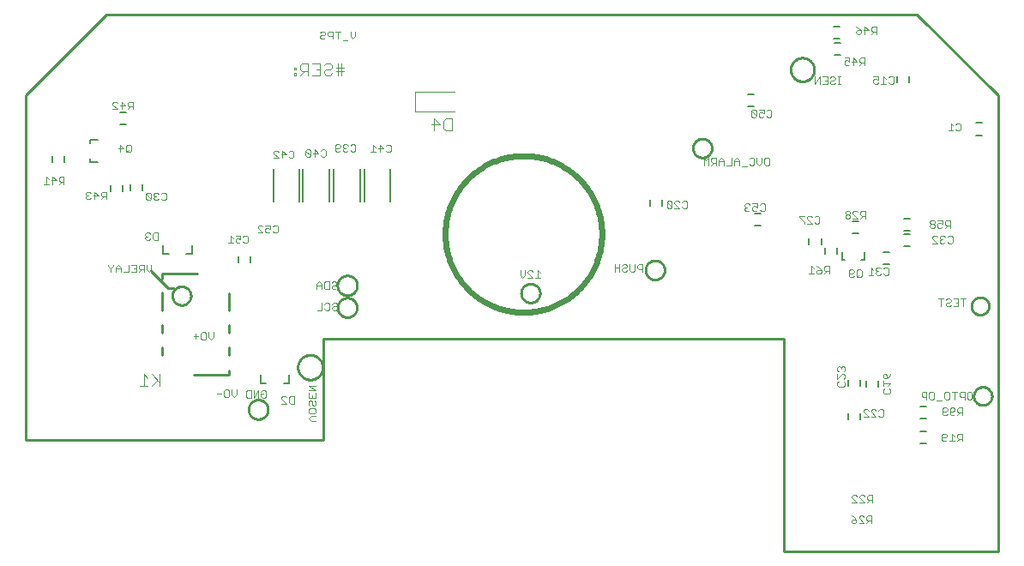
<source format=gbo>
G04 EAGLE Gerber RS-274X export*
G75*
%MOMM*%
%FSLAX34Y34*%
%LPD*%
%INBottom Silkscreen*%
%IPPOS*%
%AMOC8*
5,1,8,0,0,1.08239X$1,22.5*%
G01*
%ADD10C,0.101600*%
%ADD11C,0.076200*%
%ADD12C,0.254000*%
%ADD13C,0.609600*%
%ADD14C,0.152400*%
%ADD15C,0.203200*%
%ADD16C,0.120000*%
%ADD17C,0.254000*%


D10*
X311995Y359918D02*
X311995Y371612D01*
X308097Y371612D02*
X308097Y359918D01*
X308097Y367714D02*
X313944Y367714D01*
X308097Y367714D02*
X306148Y367714D01*
X306148Y363816D02*
X313944Y363816D01*
X296403Y371612D02*
X294454Y369663D01*
X296403Y371612D02*
X300301Y371612D01*
X302250Y369663D01*
X302250Y367714D01*
X300301Y365765D01*
X296403Y365765D01*
X294454Y363816D01*
X294454Y361867D01*
X296403Y359918D01*
X300301Y359918D01*
X302250Y361867D01*
X290556Y371612D02*
X282760Y371612D01*
X290556Y371612D02*
X290556Y359918D01*
X282760Y359918D01*
X286658Y365765D02*
X290556Y365765D01*
X278862Y359918D02*
X278862Y371612D01*
X273015Y371612D01*
X271066Y369663D01*
X271066Y365765D01*
X273015Y363816D01*
X278862Y363816D01*
X274964Y363816D02*
X271066Y359918D01*
X267168Y367714D02*
X265219Y367714D01*
X265219Y365765D01*
X267168Y365765D01*
X267168Y367714D01*
X267168Y361867D02*
X265219Y361867D01*
X265219Y359918D01*
X267168Y359918D01*
X267168Y361867D01*
D11*
X325449Y398282D02*
X325449Y403197D01*
X325449Y398282D02*
X322992Y395825D01*
X320534Y398282D01*
X320534Y403197D01*
X317965Y394596D02*
X313050Y394596D01*
X308023Y395825D02*
X308023Y403197D01*
X305566Y403197D02*
X310481Y403197D01*
X302997Y403197D02*
X302997Y395825D01*
X302997Y403197D02*
X299310Y403197D01*
X298082Y401969D01*
X298082Y399511D01*
X299310Y398282D01*
X302997Y398282D01*
X291826Y403197D02*
X290598Y401969D01*
X291826Y403197D02*
X294284Y403197D01*
X295512Y401969D01*
X295512Y400740D01*
X294284Y399511D01*
X291826Y399511D01*
X290598Y398282D01*
X290598Y397054D01*
X291826Y395825D01*
X294284Y395825D01*
X295512Y397054D01*
X233677Y48901D02*
X232448Y47673D01*
X233677Y48901D02*
X236134Y48901D01*
X237363Y47673D01*
X237363Y42758D01*
X236134Y41529D01*
X233677Y41529D01*
X232448Y42758D01*
X232448Y45215D01*
X234906Y45215D01*
X229879Y41529D02*
X229879Y48901D01*
X224964Y41529D01*
X224964Y48901D01*
X222395Y48901D02*
X222395Y41529D01*
X218709Y41529D01*
X217480Y42758D01*
X217480Y47673D01*
X218709Y48901D01*
X222395Y48901D01*
X302044Y154861D02*
X303273Y156089D01*
X305730Y156089D01*
X306959Y154861D01*
X306959Y153632D01*
X305730Y152403D01*
X303273Y152403D01*
X302044Y151174D01*
X302044Y149946D01*
X303273Y148717D01*
X305730Y148717D01*
X306959Y149946D01*
X299475Y148717D02*
X299475Y156089D01*
X299475Y148717D02*
X295789Y148717D01*
X294560Y149946D01*
X294560Y154861D01*
X295789Y156089D01*
X299475Y156089D01*
X291991Y153632D02*
X291991Y148717D01*
X291991Y153632D02*
X289533Y156089D01*
X287076Y153632D01*
X287076Y148717D01*
X287076Y152403D02*
X291991Y152403D01*
X303781Y135261D02*
X302552Y134033D01*
X303781Y135261D02*
X306238Y135261D01*
X307467Y134033D01*
X307467Y132804D01*
X306238Y131575D01*
X303781Y131575D01*
X302552Y130346D01*
X302552Y129118D01*
X303781Y127889D01*
X306238Y127889D01*
X307467Y129118D01*
X296297Y135261D02*
X295068Y134033D01*
X296297Y135261D02*
X298754Y135261D01*
X299983Y134033D01*
X299983Y129118D01*
X298754Y127889D01*
X296297Y127889D01*
X295068Y129118D01*
X292499Y127889D02*
X292499Y135261D01*
X292499Y127889D02*
X287584Y127889D01*
X286645Y18669D02*
X281730Y18669D01*
X279273Y21126D01*
X281730Y23584D01*
X286645Y23584D01*
X286645Y27382D02*
X286645Y29839D01*
X286645Y27382D02*
X285417Y26153D01*
X280502Y26153D01*
X279273Y27382D01*
X279273Y29839D01*
X280502Y31068D01*
X285417Y31068D01*
X286645Y29839D01*
X286645Y37323D02*
X285417Y38552D01*
X286645Y37323D02*
X286645Y34866D01*
X285417Y33637D01*
X284188Y33637D01*
X282959Y34866D01*
X282959Y37323D01*
X281730Y38552D01*
X280502Y38552D01*
X279273Y37323D01*
X279273Y34866D01*
X280502Y33637D01*
X286645Y41121D02*
X286645Y46036D01*
X286645Y41121D02*
X279273Y41121D01*
X279273Y46036D01*
X282959Y43579D02*
X282959Y41121D01*
X279273Y48606D02*
X286645Y48606D01*
X279273Y53520D01*
X286645Y53520D01*
X801580Y351155D02*
X804037Y351155D01*
X802808Y351155D02*
X802808Y358527D01*
X801580Y358527D02*
X804037Y358527D01*
X795361Y358527D02*
X794133Y357299D01*
X795361Y358527D02*
X797819Y358527D01*
X799048Y357299D01*
X799048Y356070D01*
X797819Y354841D01*
X795361Y354841D01*
X794133Y353612D01*
X794133Y352384D01*
X795361Y351155D01*
X797819Y351155D01*
X799048Y352384D01*
X791563Y358527D02*
X786649Y358527D01*
X791563Y358527D02*
X791563Y351155D01*
X786649Y351155D01*
X789106Y354841D02*
X791563Y354841D01*
X784079Y351155D02*
X784079Y358527D01*
X779164Y351155D01*
X779164Y358527D01*
X608711Y173361D02*
X608711Y165989D01*
X608711Y173361D02*
X605025Y173361D01*
X603796Y172133D01*
X603796Y169675D01*
X605025Y168446D01*
X608711Y168446D01*
X601227Y167218D02*
X601227Y173361D01*
X601227Y167218D02*
X599998Y165989D01*
X597541Y165989D01*
X596312Y167218D01*
X596312Y173361D01*
X590057Y173361D02*
X588828Y172133D01*
X590057Y173361D02*
X592514Y173361D01*
X593743Y172133D01*
X593743Y170904D01*
X592514Y169675D01*
X590057Y169675D01*
X588828Y168446D01*
X588828Y167218D01*
X590057Y165989D01*
X592514Y165989D01*
X593743Y167218D01*
X586259Y165989D02*
X586259Y173361D01*
X586259Y169675D02*
X581344Y169675D01*
X581344Y173361D02*
X581344Y165989D01*
X124079Y167938D02*
X124079Y172853D01*
X124079Y167938D02*
X121622Y165481D01*
X119164Y167938D01*
X119164Y172853D01*
X116595Y172853D02*
X116595Y165481D01*
X116595Y172853D02*
X112909Y172853D01*
X111680Y171625D01*
X111680Y169167D01*
X112909Y167938D01*
X116595Y167938D01*
X114137Y167938D02*
X111680Y165481D01*
X109111Y172853D02*
X104196Y172853D01*
X109111Y172853D02*
X109111Y165481D01*
X104196Y165481D01*
X106653Y169167D02*
X109111Y169167D01*
X101627Y172853D02*
X101627Y165481D01*
X96712Y165481D01*
X94142Y165481D02*
X94142Y170396D01*
X91685Y172853D01*
X89228Y170396D01*
X89228Y165481D01*
X89228Y169167D02*
X94142Y169167D01*
X86658Y171625D02*
X86658Y172853D01*
X86658Y171625D02*
X84201Y169167D01*
X81743Y171625D01*
X81743Y172853D01*
X84201Y169167D02*
X84201Y165481D01*
X185547Y106305D02*
X185547Y101390D01*
X183090Y98933D01*
X180632Y101390D01*
X180632Y106305D01*
X176834Y106305D02*
X174377Y106305D01*
X176834Y106305D02*
X178063Y105077D01*
X178063Y100162D01*
X176834Y98933D01*
X174377Y98933D01*
X173148Y100162D01*
X173148Y105077D01*
X174377Y106305D01*
X170579Y102619D02*
X165664Y102619D01*
X168121Y100162D02*
X168121Y105077D01*
X208407Y49409D02*
X208407Y44494D01*
X205950Y42037D01*
X203492Y44494D01*
X203492Y49409D01*
X199694Y49409D02*
X197237Y49409D01*
X199694Y49409D02*
X200923Y48181D01*
X200923Y43266D01*
X199694Y42037D01*
X197237Y42037D01*
X196008Y43266D01*
X196008Y48181D01*
X197237Y49409D01*
X193439Y45723D02*
X188524Y45723D01*
X730501Y278517D02*
X732958Y278517D01*
X734187Y277289D01*
X734187Y272374D01*
X732958Y271145D01*
X730501Y271145D01*
X729272Y272374D01*
X729272Y277289D01*
X730501Y278517D01*
X726703Y278517D02*
X726703Y273602D01*
X724245Y271145D01*
X721788Y273602D01*
X721788Y278517D01*
X715533Y278517D02*
X714304Y277289D01*
X715533Y278517D02*
X717990Y278517D01*
X719219Y277289D01*
X719219Y272374D01*
X717990Y271145D01*
X715533Y271145D01*
X714304Y272374D01*
X711735Y269916D02*
X706820Y269916D01*
X704250Y271145D02*
X704250Y276060D01*
X701793Y278517D01*
X699336Y276060D01*
X699336Y271145D01*
X699336Y274831D02*
X704250Y274831D01*
X696766Y278517D02*
X696766Y271145D01*
X691851Y271145D01*
X689282Y271145D02*
X689282Y276060D01*
X686825Y278517D01*
X684367Y276060D01*
X684367Y271145D01*
X684367Y274831D02*
X689282Y274831D01*
X681798Y271145D02*
X681798Y278517D01*
X678112Y278517D01*
X676883Y277289D01*
X676883Y274831D01*
X678112Y273602D01*
X681798Y273602D01*
X679341Y273602D02*
X676883Y271145D01*
X674314Y271145D02*
X674314Y278517D01*
X671856Y276060D01*
X669399Y278517D01*
X669399Y271145D01*
X925786Y139325D02*
X925786Y131953D01*
X928243Y139325D02*
X923328Y139325D01*
X920759Y139325D02*
X915844Y139325D01*
X920759Y139325D02*
X920759Y131953D01*
X915844Y131953D01*
X918301Y135639D02*
X920759Y135639D01*
X909589Y139325D02*
X908360Y138097D01*
X909589Y139325D02*
X912046Y139325D01*
X913275Y138097D01*
X913275Y136868D01*
X912046Y135639D01*
X909589Y135639D01*
X908360Y134410D01*
X908360Y133182D01*
X909589Y131953D01*
X912046Y131953D01*
X913275Y133182D01*
X903333Y131953D02*
X903333Y139325D01*
X900876Y139325D02*
X905791Y139325D01*
X508127Y164808D02*
X505670Y167265D01*
X505670Y159893D01*
X508127Y159893D02*
X503212Y159893D01*
X500643Y159893D02*
X495728Y159893D01*
X500643Y159893D02*
X495728Y164808D01*
X495728Y166037D01*
X496957Y167265D01*
X499414Y167265D01*
X500643Y166037D01*
X493159Y167265D02*
X493159Y162350D01*
X490701Y159893D01*
X488244Y162350D01*
X488244Y167265D01*
X930653Y47377D02*
X933110Y47377D01*
X934339Y46149D01*
X934339Y41234D01*
X933110Y40005D01*
X930653Y40005D01*
X929424Y41234D01*
X929424Y46149D01*
X930653Y47377D01*
X926855Y47377D02*
X926855Y40005D01*
X926855Y47377D02*
X923169Y47377D01*
X921940Y46149D01*
X921940Y43691D01*
X923169Y42462D01*
X926855Y42462D01*
X916913Y40005D02*
X916913Y47377D01*
X914456Y47377D02*
X919371Y47377D01*
X910658Y47377D02*
X908200Y47377D01*
X910658Y47377D02*
X911887Y46149D01*
X911887Y41234D01*
X910658Y40005D01*
X908200Y40005D01*
X906972Y41234D01*
X906972Y46149D01*
X908200Y47377D01*
X904402Y38776D02*
X899488Y38776D01*
X895690Y47377D02*
X893232Y47377D01*
X895690Y47377D02*
X896918Y46149D01*
X896918Y41234D01*
X895690Y40005D01*
X893232Y40005D01*
X892003Y41234D01*
X892003Y46149D01*
X893232Y47377D01*
X889434Y47377D02*
X889434Y40005D01*
X889434Y47377D02*
X885748Y47377D01*
X884519Y46149D01*
X884519Y43691D01*
X885748Y42462D01*
X889434Y42462D01*
D12*
X140716Y149860D02*
X123952Y166624D01*
X140716Y149860D02*
X146812Y149860D01*
X268690Y71628D02*
X268694Y71928D01*
X268705Y72228D01*
X268723Y72528D01*
X268749Y72827D01*
X268782Y73126D01*
X268822Y73423D01*
X268870Y73720D01*
X268925Y74015D01*
X268987Y74308D01*
X269057Y74601D01*
X269133Y74891D01*
X269217Y75179D01*
X269307Y75466D01*
X269405Y75750D01*
X269510Y76031D01*
X269621Y76310D01*
X269740Y76586D01*
X269865Y76859D01*
X269996Y77129D01*
X270135Y77395D01*
X270279Y77658D01*
X270431Y77918D01*
X270588Y78173D01*
X270752Y78425D01*
X270922Y78672D01*
X271098Y78916D01*
X271279Y79155D01*
X271467Y79389D01*
X271660Y79619D01*
X271859Y79844D01*
X272064Y80064D01*
X272273Y80279D01*
X272488Y80488D01*
X272708Y80693D01*
X272933Y80892D01*
X273163Y81085D01*
X273397Y81273D01*
X273636Y81454D01*
X273880Y81630D01*
X274127Y81800D01*
X274379Y81964D01*
X274634Y82121D01*
X274894Y82273D01*
X275157Y82417D01*
X275423Y82556D01*
X275693Y82687D01*
X275966Y82812D01*
X276242Y82931D01*
X276521Y83042D01*
X276802Y83147D01*
X277086Y83245D01*
X277373Y83335D01*
X277661Y83419D01*
X277951Y83495D01*
X278244Y83565D01*
X278537Y83627D01*
X278832Y83682D01*
X279129Y83730D01*
X279426Y83770D01*
X279725Y83803D01*
X280024Y83829D01*
X280324Y83847D01*
X280624Y83858D01*
X280924Y83862D01*
X281224Y83858D01*
X281524Y83847D01*
X281824Y83829D01*
X282123Y83803D01*
X282422Y83770D01*
X282719Y83730D01*
X283016Y83682D01*
X283311Y83627D01*
X283604Y83565D01*
X283897Y83495D01*
X284187Y83419D01*
X284475Y83335D01*
X284762Y83245D01*
X285046Y83147D01*
X285327Y83042D01*
X285606Y82931D01*
X285882Y82812D01*
X286155Y82687D01*
X286425Y82556D01*
X286691Y82417D01*
X286954Y82273D01*
X287214Y82121D01*
X287469Y81964D01*
X287721Y81800D01*
X287968Y81630D01*
X288212Y81454D01*
X288451Y81273D01*
X288685Y81085D01*
X288915Y80892D01*
X289140Y80693D01*
X289360Y80488D01*
X289575Y80279D01*
X289784Y80064D01*
X289989Y79844D01*
X290188Y79619D01*
X290381Y79389D01*
X290569Y79155D01*
X290750Y78916D01*
X290926Y78672D01*
X291096Y78425D01*
X291260Y78173D01*
X291417Y77918D01*
X291569Y77658D01*
X291713Y77395D01*
X291852Y77129D01*
X291983Y76859D01*
X292108Y76586D01*
X292227Y76310D01*
X292338Y76031D01*
X292443Y75750D01*
X292541Y75466D01*
X292631Y75179D01*
X292715Y74891D01*
X292791Y74601D01*
X292861Y74308D01*
X292923Y74015D01*
X292978Y73720D01*
X293026Y73423D01*
X293066Y73126D01*
X293099Y72827D01*
X293125Y72528D01*
X293143Y72228D01*
X293154Y71928D01*
X293158Y71628D01*
X293154Y71328D01*
X293143Y71028D01*
X293125Y70728D01*
X293099Y70429D01*
X293066Y70130D01*
X293026Y69833D01*
X292978Y69536D01*
X292923Y69241D01*
X292861Y68948D01*
X292791Y68655D01*
X292715Y68365D01*
X292631Y68077D01*
X292541Y67790D01*
X292443Y67506D01*
X292338Y67225D01*
X292227Y66946D01*
X292108Y66670D01*
X291983Y66397D01*
X291852Y66127D01*
X291713Y65861D01*
X291569Y65598D01*
X291417Y65338D01*
X291260Y65083D01*
X291096Y64831D01*
X290926Y64584D01*
X290750Y64340D01*
X290569Y64101D01*
X290381Y63867D01*
X290188Y63637D01*
X289989Y63412D01*
X289784Y63192D01*
X289575Y62977D01*
X289360Y62768D01*
X289140Y62563D01*
X288915Y62364D01*
X288685Y62171D01*
X288451Y61983D01*
X288212Y61802D01*
X287968Y61626D01*
X287721Y61456D01*
X287469Y61292D01*
X287214Y61135D01*
X286954Y60983D01*
X286691Y60839D01*
X286425Y60700D01*
X286155Y60569D01*
X285882Y60444D01*
X285606Y60325D01*
X285327Y60214D01*
X285046Y60109D01*
X284762Y60011D01*
X284475Y59921D01*
X284187Y59837D01*
X283897Y59761D01*
X283604Y59691D01*
X283311Y59629D01*
X283016Y59574D01*
X282719Y59526D01*
X282422Y59486D01*
X282123Y59453D01*
X281824Y59427D01*
X281524Y59409D01*
X281224Y59398D01*
X280924Y59394D01*
X280624Y59398D01*
X280324Y59409D01*
X280024Y59427D01*
X279725Y59453D01*
X279426Y59486D01*
X279129Y59526D01*
X278832Y59574D01*
X278537Y59629D01*
X278244Y59691D01*
X277951Y59761D01*
X277661Y59837D01*
X277373Y59921D01*
X277086Y60011D01*
X276802Y60109D01*
X276521Y60214D01*
X276242Y60325D01*
X275966Y60444D01*
X275693Y60569D01*
X275423Y60700D01*
X275157Y60839D01*
X274894Y60983D01*
X274634Y61135D01*
X274379Y61292D01*
X274127Y61456D01*
X273880Y61626D01*
X273636Y61802D01*
X273397Y61983D01*
X273163Y62171D01*
X272933Y62364D01*
X272708Y62563D01*
X272488Y62768D01*
X272273Y62977D01*
X272064Y63192D01*
X271859Y63412D01*
X271660Y63637D01*
X271467Y63867D01*
X271279Y64101D01*
X271098Y64340D01*
X270922Y64584D01*
X270752Y64831D01*
X270588Y65083D01*
X270431Y65338D01*
X270279Y65598D01*
X270135Y65861D01*
X269996Y66127D01*
X269865Y66397D01*
X269740Y66670D01*
X269621Y66946D01*
X269510Y67225D01*
X269405Y67506D01*
X269307Y67790D01*
X269217Y68077D01*
X269133Y68365D01*
X269057Y68655D01*
X268987Y68948D01*
X268925Y69241D01*
X268870Y69536D01*
X268822Y69833D01*
X268782Y70130D01*
X268749Y70429D01*
X268723Y70728D01*
X268705Y71028D01*
X268694Y71328D01*
X268690Y71628D01*
X307728Y152400D02*
X307731Y152640D01*
X307740Y152879D01*
X307754Y153119D01*
X307775Y153358D01*
X307801Y153596D01*
X307834Y153834D01*
X307872Y154071D01*
X307916Y154306D01*
X307965Y154541D01*
X308021Y154774D01*
X308082Y155006D01*
X308149Y155237D01*
X308221Y155465D01*
X308299Y155692D01*
X308383Y155917D01*
X308472Y156140D01*
X308566Y156360D01*
X308666Y156578D01*
X308771Y156794D01*
X308882Y157006D01*
X308998Y157217D01*
X309118Y157424D01*
X309244Y157628D01*
X309375Y157829D01*
X309511Y158027D01*
X309651Y158221D01*
X309796Y158412D01*
X309946Y158599D01*
X310101Y158783D01*
X310259Y158962D01*
X310423Y159138D01*
X310590Y159310D01*
X310762Y159477D01*
X310938Y159641D01*
X311117Y159799D01*
X311301Y159954D01*
X311488Y160104D01*
X311679Y160249D01*
X311873Y160389D01*
X312071Y160525D01*
X312272Y160656D01*
X312476Y160782D01*
X312683Y160902D01*
X312894Y161018D01*
X313106Y161129D01*
X313322Y161234D01*
X313540Y161334D01*
X313760Y161428D01*
X313983Y161517D01*
X314208Y161601D01*
X314435Y161679D01*
X314663Y161751D01*
X314894Y161818D01*
X315126Y161879D01*
X315359Y161935D01*
X315594Y161984D01*
X315829Y162028D01*
X316066Y162066D01*
X316304Y162099D01*
X316542Y162125D01*
X316781Y162146D01*
X317021Y162160D01*
X317260Y162169D01*
X317500Y162172D01*
X317740Y162169D01*
X317979Y162160D01*
X318219Y162146D01*
X318458Y162125D01*
X318696Y162099D01*
X318934Y162066D01*
X319171Y162028D01*
X319406Y161984D01*
X319641Y161935D01*
X319874Y161879D01*
X320106Y161818D01*
X320337Y161751D01*
X320565Y161679D01*
X320792Y161601D01*
X321017Y161517D01*
X321240Y161428D01*
X321460Y161334D01*
X321678Y161234D01*
X321894Y161129D01*
X322106Y161018D01*
X322317Y160902D01*
X322524Y160782D01*
X322728Y160656D01*
X322929Y160525D01*
X323127Y160389D01*
X323321Y160249D01*
X323512Y160104D01*
X323699Y159954D01*
X323883Y159799D01*
X324062Y159641D01*
X324238Y159477D01*
X324410Y159310D01*
X324577Y159138D01*
X324741Y158962D01*
X324899Y158783D01*
X325054Y158599D01*
X325204Y158412D01*
X325349Y158221D01*
X325489Y158027D01*
X325625Y157829D01*
X325756Y157628D01*
X325882Y157424D01*
X326002Y157217D01*
X326118Y157006D01*
X326229Y156794D01*
X326334Y156578D01*
X326434Y156360D01*
X326528Y156140D01*
X326617Y155917D01*
X326701Y155692D01*
X326779Y155465D01*
X326851Y155237D01*
X326918Y155006D01*
X326979Y154774D01*
X327035Y154541D01*
X327084Y154306D01*
X327128Y154071D01*
X327166Y153834D01*
X327199Y153596D01*
X327225Y153358D01*
X327246Y153119D01*
X327260Y152879D01*
X327269Y152640D01*
X327272Y152400D01*
X327269Y152160D01*
X327260Y151921D01*
X327246Y151681D01*
X327225Y151442D01*
X327199Y151204D01*
X327166Y150966D01*
X327128Y150729D01*
X327084Y150494D01*
X327035Y150259D01*
X326979Y150026D01*
X326918Y149794D01*
X326851Y149563D01*
X326779Y149335D01*
X326701Y149108D01*
X326617Y148883D01*
X326528Y148660D01*
X326434Y148440D01*
X326334Y148222D01*
X326229Y148006D01*
X326118Y147794D01*
X326002Y147583D01*
X325882Y147376D01*
X325756Y147172D01*
X325625Y146971D01*
X325489Y146773D01*
X325349Y146579D01*
X325204Y146388D01*
X325054Y146201D01*
X324899Y146017D01*
X324741Y145838D01*
X324577Y145662D01*
X324410Y145490D01*
X324238Y145323D01*
X324062Y145159D01*
X323883Y145001D01*
X323699Y144846D01*
X323512Y144696D01*
X323321Y144551D01*
X323127Y144411D01*
X322929Y144275D01*
X322728Y144144D01*
X322524Y144018D01*
X322317Y143898D01*
X322106Y143782D01*
X321894Y143671D01*
X321678Y143566D01*
X321460Y143466D01*
X321240Y143372D01*
X321017Y143283D01*
X320792Y143199D01*
X320565Y143121D01*
X320337Y143049D01*
X320106Y142982D01*
X319874Y142921D01*
X319641Y142865D01*
X319406Y142816D01*
X319171Y142772D01*
X318934Y142734D01*
X318696Y142701D01*
X318458Y142675D01*
X318219Y142654D01*
X317979Y142640D01*
X317740Y142631D01*
X317500Y142628D01*
X317260Y142631D01*
X317021Y142640D01*
X316781Y142654D01*
X316542Y142675D01*
X316304Y142701D01*
X316066Y142734D01*
X315829Y142772D01*
X315594Y142816D01*
X315359Y142865D01*
X315126Y142921D01*
X314894Y142982D01*
X314663Y143049D01*
X314435Y143121D01*
X314208Y143199D01*
X313983Y143283D01*
X313760Y143372D01*
X313540Y143466D01*
X313322Y143566D01*
X313106Y143671D01*
X312894Y143782D01*
X312683Y143898D01*
X312476Y144018D01*
X312272Y144144D01*
X312071Y144275D01*
X311873Y144411D01*
X311679Y144551D01*
X311488Y144696D01*
X311301Y144846D01*
X311117Y145001D01*
X310938Y145159D01*
X310762Y145323D01*
X310590Y145490D01*
X310423Y145662D01*
X310259Y145838D01*
X310101Y146017D01*
X309946Y146201D01*
X309796Y146388D01*
X309651Y146579D01*
X309511Y146773D01*
X309375Y146971D01*
X309244Y147172D01*
X309118Y147376D01*
X308998Y147583D01*
X308882Y147794D01*
X308771Y148006D01*
X308666Y148222D01*
X308566Y148440D01*
X308472Y148660D01*
X308383Y148883D01*
X308299Y149108D01*
X308221Y149335D01*
X308149Y149563D01*
X308082Y149794D01*
X308021Y150026D01*
X307965Y150259D01*
X307916Y150494D01*
X307872Y150729D01*
X307834Y150966D01*
X307801Y151204D01*
X307775Y151442D01*
X307754Y151681D01*
X307740Y151921D01*
X307731Y152160D01*
X307728Y152400D01*
X307956Y130556D02*
X307959Y130790D01*
X307967Y131024D01*
X307982Y131258D01*
X308002Y131491D01*
X308028Y131724D01*
X308059Y131956D01*
X308097Y132188D01*
X308139Y132418D01*
X308188Y132647D01*
X308242Y132875D01*
X308302Y133102D01*
X308367Y133326D01*
X308438Y133550D01*
X308514Y133771D01*
X308596Y133991D01*
X308682Y134208D01*
X308775Y134424D01*
X308872Y134637D01*
X308975Y134847D01*
X309083Y135055D01*
X309196Y135260D01*
X309314Y135463D01*
X309437Y135662D01*
X309564Y135858D01*
X309697Y136052D01*
X309834Y136241D01*
X309976Y136428D01*
X310122Y136611D01*
X310273Y136790D01*
X310428Y136965D01*
X310588Y137137D01*
X310751Y137305D01*
X310919Y137468D01*
X311091Y137628D01*
X311266Y137783D01*
X311445Y137934D01*
X311628Y138080D01*
X311815Y138222D01*
X312004Y138359D01*
X312198Y138492D01*
X312394Y138619D01*
X312593Y138742D01*
X312796Y138860D01*
X313001Y138973D01*
X313209Y139081D01*
X313419Y139184D01*
X313632Y139281D01*
X313848Y139374D01*
X314065Y139460D01*
X314285Y139542D01*
X314506Y139618D01*
X314730Y139689D01*
X314954Y139754D01*
X315181Y139814D01*
X315409Y139868D01*
X315638Y139917D01*
X315868Y139959D01*
X316100Y139997D01*
X316332Y140028D01*
X316565Y140054D01*
X316798Y140074D01*
X317032Y140089D01*
X317266Y140097D01*
X317500Y140100D01*
X317734Y140097D01*
X317968Y140089D01*
X318202Y140074D01*
X318435Y140054D01*
X318668Y140028D01*
X318900Y139997D01*
X319132Y139959D01*
X319362Y139917D01*
X319591Y139868D01*
X319819Y139814D01*
X320046Y139754D01*
X320270Y139689D01*
X320494Y139618D01*
X320715Y139542D01*
X320935Y139460D01*
X321152Y139374D01*
X321368Y139281D01*
X321581Y139184D01*
X321791Y139081D01*
X321999Y138973D01*
X322204Y138860D01*
X322407Y138742D01*
X322606Y138619D01*
X322802Y138492D01*
X322996Y138359D01*
X323185Y138222D01*
X323372Y138080D01*
X323555Y137934D01*
X323734Y137783D01*
X323909Y137628D01*
X324081Y137468D01*
X324249Y137305D01*
X324412Y137137D01*
X324572Y136965D01*
X324727Y136790D01*
X324878Y136611D01*
X325024Y136428D01*
X325166Y136241D01*
X325303Y136052D01*
X325436Y135858D01*
X325563Y135662D01*
X325686Y135463D01*
X325804Y135260D01*
X325917Y135055D01*
X326025Y134847D01*
X326128Y134637D01*
X326225Y134424D01*
X326318Y134208D01*
X326404Y133991D01*
X326486Y133771D01*
X326562Y133550D01*
X326633Y133326D01*
X326698Y133102D01*
X326758Y132875D01*
X326812Y132647D01*
X326861Y132418D01*
X326903Y132188D01*
X326941Y131956D01*
X326972Y131724D01*
X326998Y131491D01*
X327018Y131258D01*
X327033Y131024D01*
X327041Y130790D01*
X327044Y130556D01*
X327041Y130322D01*
X327033Y130088D01*
X327018Y129854D01*
X326998Y129621D01*
X326972Y129388D01*
X326941Y129156D01*
X326903Y128924D01*
X326861Y128694D01*
X326812Y128465D01*
X326758Y128237D01*
X326698Y128010D01*
X326633Y127786D01*
X326562Y127562D01*
X326486Y127341D01*
X326404Y127121D01*
X326318Y126904D01*
X326225Y126688D01*
X326128Y126475D01*
X326025Y126265D01*
X325917Y126057D01*
X325804Y125852D01*
X325686Y125649D01*
X325563Y125450D01*
X325436Y125254D01*
X325303Y125060D01*
X325166Y124871D01*
X325024Y124684D01*
X324878Y124501D01*
X324727Y124322D01*
X324572Y124147D01*
X324412Y123975D01*
X324249Y123807D01*
X324081Y123644D01*
X323909Y123484D01*
X323734Y123329D01*
X323555Y123178D01*
X323372Y123032D01*
X323185Y122890D01*
X322996Y122753D01*
X322802Y122620D01*
X322606Y122493D01*
X322407Y122370D01*
X322204Y122252D01*
X321999Y122139D01*
X321791Y122031D01*
X321581Y121928D01*
X321368Y121831D01*
X321152Y121738D01*
X320935Y121652D01*
X320715Y121570D01*
X320494Y121494D01*
X320270Y121423D01*
X320046Y121358D01*
X319819Y121298D01*
X319591Y121244D01*
X319362Y121195D01*
X319132Y121153D01*
X318900Y121115D01*
X318668Y121084D01*
X318435Y121058D01*
X318202Y121038D01*
X317968Y121023D01*
X317734Y121015D01*
X317500Y121012D01*
X317266Y121015D01*
X317032Y121023D01*
X316798Y121038D01*
X316565Y121058D01*
X316332Y121084D01*
X316100Y121115D01*
X315868Y121153D01*
X315638Y121195D01*
X315409Y121244D01*
X315181Y121298D01*
X314954Y121358D01*
X314730Y121423D01*
X314506Y121494D01*
X314285Y121570D01*
X314065Y121652D01*
X313848Y121738D01*
X313632Y121831D01*
X313419Y121928D01*
X313209Y122031D01*
X313001Y122139D01*
X312796Y122252D01*
X312593Y122370D01*
X312394Y122493D01*
X312198Y122620D01*
X312004Y122753D01*
X311815Y122890D01*
X311628Y123032D01*
X311445Y123178D01*
X311266Y123329D01*
X311091Y123484D01*
X310919Y123644D01*
X310751Y123807D01*
X310588Y123975D01*
X310428Y124147D01*
X310273Y124322D01*
X310122Y124501D01*
X309976Y124684D01*
X309834Y124871D01*
X309697Y125060D01*
X309564Y125254D01*
X309437Y125450D01*
X309314Y125649D01*
X309196Y125852D01*
X309083Y126057D01*
X308975Y126265D01*
X308872Y126475D01*
X308775Y126688D01*
X308682Y126904D01*
X308596Y127121D01*
X308514Y127341D01*
X308438Y127562D01*
X308367Y127786D01*
X308302Y128010D01*
X308242Y128237D01*
X308188Y128465D01*
X308139Y128694D01*
X308097Y128924D01*
X308059Y129156D01*
X308028Y129388D01*
X308002Y129621D01*
X307982Y129854D01*
X307967Y130088D01*
X307959Y130322D01*
X307956Y130556D01*
X489009Y144780D02*
X489012Y145009D01*
X489020Y145238D01*
X489034Y145467D01*
X489054Y145695D01*
X489079Y145923D01*
X489110Y146150D01*
X489146Y146377D01*
X489188Y146602D01*
X489236Y146826D01*
X489289Y147049D01*
X489347Y147271D01*
X489411Y147491D01*
X489480Y147709D01*
X489555Y147926D01*
X489635Y148141D01*
X489720Y148354D01*
X489810Y148565D01*
X489906Y148773D01*
X490006Y148979D01*
X490112Y149182D01*
X490222Y149383D01*
X490338Y149581D01*
X490458Y149776D01*
X490583Y149968D01*
X490713Y150157D01*
X490847Y150343D01*
X490986Y150526D01*
X491129Y150705D01*
X491276Y150880D01*
X491428Y151052D01*
X491584Y151220D01*
X491744Y151384D01*
X491908Y151544D01*
X492076Y151700D01*
X492248Y151852D01*
X492423Y151999D01*
X492602Y152142D01*
X492785Y152281D01*
X492971Y152415D01*
X493160Y152545D01*
X493352Y152670D01*
X493547Y152790D01*
X493745Y152906D01*
X493946Y153016D01*
X494149Y153122D01*
X494355Y153222D01*
X494563Y153318D01*
X494774Y153408D01*
X494987Y153493D01*
X495202Y153573D01*
X495419Y153648D01*
X495637Y153717D01*
X495857Y153781D01*
X496079Y153839D01*
X496302Y153892D01*
X496526Y153940D01*
X496751Y153982D01*
X496978Y154018D01*
X497205Y154049D01*
X497433Y154074D01*
X497661Y154094D01*
X497890Y154108D01*
X498119Y154116D01*
X498348Y154119D01*
X498577Y154116D01*
X498806Y154108D01*
X499035Y154094D01*
X499263Y154074D01*
X499491Y154049D01*
X499718Y154018D01*
X499945Y153982D01*
X500170Y153940D01*
X500394Y153892D01*
X500617Y153839D01*
X500839Y153781D01*
X501059Y153717D01*
X501277Y153648D01*
X501494Y153573D01*
X501709Y153493D01*
X501922Y153408D01*
X502133Y153318D01*
X502341Y153222D01*
X502547Y153122D01*
X502750Y153016D01*
X502951Y152906D01*
X503149Y152790D01*
X503344Y152670D01*
X503536Y152545D01*
X503725Y152415D01*
X503911Y152281D01*
X504094Y152142D01*
X504273Y151999D01*
X504448Y151852D01*
X504620Y151700D01*
X504788Y151544D01*
X504952Y151384D01*
X505112Y151220D01*
X505268Y151052D01*
X505420Y150880D01*
X505567Y150705D01*
X505710Y150526D01*
X505849Y150343D01*
X505983Y150157D01*
X506113Y149968D01*
X506238Y149776D01*
X506358Y149581D01*
X506474Y149383D01*
X506584Y149182D01*
X506690Y148979D01*
X506790Y148773D01*
X506886Y148565D01*
X506976Y148354D01*
X507061Y148141D01*
X507141Y147926D01*
X507216Y147709D01*
X507285Y147491D01*
X507349Y147271D01*
X507407Y147049D01*
X507460Y146826D01*
X507508Y146602D01*
X507550Y146377D01*
X507586Y146150D01*
X507617Y145923D01*
X507642Y145695D01*
X507662Y145467D01*
X507676Y145238D01*
X507684Y145009D01*
X507687Y144780D01*
X507684Y144551D01*
X507676Y144322D01*
X507662Y144093D01*
X507642Y143865D01*
X507617Y143637D01*
X507586Y143410D01*
X507550Y143183D01*
X507508Y142958D01*
X507460Y142734D01*
X507407Y142511D01*
X507349Y142289D01*
X507285Y142069D01*
X507216Y141851D01*
X507141Y141634D01*
X507061Y141419D01*
X506976Y141206D01*
X506886Y140995D01*
X506790Y140787D01*
X506690Y140581D01*
X506584Y140378D01*
X506474Y140177D01*
X506358Y139979D01*
X506238Y139784D01*
X506113Y139592D01*
X505983Y139403D01*
X505849Y139217D01*
X505710Y139034D01*
X505567Y138855D01*
X505420Y138680D01*
X505268Y138508D01*
X505112Y138340D01*
X504952Y138176D01*
X504788Y138016D01*
X504620Y137860D01*
X504448Y137708D01*
X504273Y137561D01*
X504094Y137418D01*
X503911Y137279D01*
X503725Y137145D01*
X503536Y137015D01*
X503344Y136890D01*
X503149Y136770D01*
X502951Y136654D01*
X502750Y136544D01*
X502547Y136438D01*
X502341Y136338D01*
X502133Y136242D01*
X501922Y136152D01*
X501709Y136067D01*
X501494Y135987D01*
X501277Y135912D01*
X501059Y135843D01*
X500839Y135779D01*
X500617Y135721D01*
X500394Y135668D01*
X500170Y135620D01*
X499945Y135578D01*
X499718Y135542D01*
X499491Y135511D01*
X499263Y135486D01*
X499035Y135466D01*
X498806Y135452D01*
X498577Y135444D01*
X498348Y135441D01*
X498119Y135444D01*
X497890Y135452D01*
X497661Y135466D01*
X497433Y135486D01*
X497205Y135511D01*
X496978Y135542D01*
X496751Y135578D01*
X496526Y135620D01*
X496302Y135668D01*
X496079Y135721D01*
X495857Y135779D01*
X495637Y135843D01*
X495419Y135912D01*
X495202Y135987D01*
X494987Y136067D01*
X494774Y136152D01*
X494563Y136242D01*
X494355Y136338D01*
X494149Y136438D01*
X493946Y136544D01*
X493745Y136654D01*
X493547Y136770D01*
X493352Y136890D01*
X493160Y137015D01*
X492971Y137145D01*
X492785Y137279D01*
X492602Y137418D01*
X492423Y137561D01*
X492248Y137708D01*
X492076Y137860D01*
X491908Y138016D01*
X491744Y138176D01*
X491584Y138340D01*
X491428Y138508D01*
X491276Y138680D01*
X491129Y138855D01*
X490986Y139034D01*
X490847Y139217D01*
X490713Y139403D01*
X490583Y139592D01*
X490458Y139784D01*
X490338Y139979D01*
X490222Y140177D01*
X490112Y140378D01*
X490006Y140581D01*
X489906Y140787D01*
X489810Y140995D01*
X489720Y141206D01*
X489635Y141419D01*
X489555Y141634D01*
X489480Y141851D01*
X489411Y142069D01*
X489347Y142289D01*
X489289Y142511D01*
X489236Y142734D01*
X489188Y142958D01*
X489146Y143183D01*
X489110Y143410D01*
X489079Y143637D01*
X489054Y143865D01*
X489034Y144093D01*
X489020Y144322D01*
X489012Y144551D01*
X489009Y144780D01*
X755209Y365506D02*
X755212Y365791D01*
X755223Y366076D01*
X755240Y366361D01*
X755265Y366645D01*
X755296Y366928D01*
X755335Y367211D01*
X755380Y367492D01*
X755432Y367772D01*
X755491Y368051D01*
X755557Y368329D01*
X755630Y368604D01*
X755709Y368878D01*
X755795Y369150D01*
X755888Y369420D01*
X755987Y369687D01*
X756093Y369952D01*
X756206Y370214D01*
X756324Y370473D01*
X756449Y370729D01*
X756581Y370982D01*
X756718Y371232D01*
X756862Y371478D01*
X757011Y371721D01*
X757167Y371960D01*
X757328Y372195D01*
X757495Y372426D01*
X757668Y372653D01*
X757846Y372876D01*
X758030Y373094D01*
X758218Y373308D01*
X758412Y373516D01*
X758612Y373720D01*
X758816Y373920D01*
X759024Y374114D01*
X759238Y374302D01*
X759456Y374486D01*
X759679Y374664D01*
X759906Y374837D01*
X760137Y375004D01*
X760372Y375165D01*
X760611Y375321D01*
X760854Y375470D01*
X761100Y375614D01*
X761350Y375751D01*
X761603Y375883D01*
X761859Y376008D01*
X762118Y376126D01*
X762380Y376239D01*
X762645Y376345D01*
X762912Y376444D01*
X763182Y376537D01*
X763454Y376623D01*
X763728Y376702D01*
X764003Y376775D01*
X764281Y376841D01*
X764560Y376900D01*
X764840Y376952D01*
X765121Y376997D01*
X765404Y377036D01*
X765687Y377067D01*
X765971Y377092D01*
X766256Y377109D01*
X766541Y377120D01*
X766826Y377123D01*
X767111Y377120D01*
X767396Y377109D01*
X767681Y377092D01*
X767965Y377067D01*
X768248Y377036D01*
X768531Y376997D01*
X768812Y376952D01*
X769092Y376900D01*
X769371Y376841D01*
X769649Y376775D01*
X769924Y376702D01*
X770198Y376623D01*
X770470Y376537D01*
X770740Y376444D01*
X771007Y376345D01*
X771272Y376239D01*
X771534Y376126D01*
X771793Y376008D01*
X772049Y375883D01*
X772302Y375751D01*
X772552Y375614D01*
X772798Y375470D01*
X773041Y375321D01*
X773280Y375165D01*
X773515Y375004D01*
X773746Y374837D01*
X773973Y374664D01*
X774196Y374486D01*
X774414Y374302D01*
X774628Y374114D01*
X774836Y373920D01*
X775040Y373720D01*
X775240Y373516D01*
X775434Y373308D01*
X775622Y373094D01*
X775806Y372876D01*
X775984Y372653D01*
X776157Y372426D01*
X776324Y372195D01*
X776485Y371960D01*
X776641Y371721D01*
X776790Y371478D01*
X776934Y371232D01*
X777071Y370982D01*
X777203Y370729D01*
X777328Y370473D01*
X777446Y370214D01*
X777559Y369952D01*
X777665Y369687D01*
X777764Y369420D01*
X777857Y369150D01*
X777943Y368878D01*
X778022Y368604D01*
X778095Y368329D01*
X778161Y368051D01*
X778220Y367772D01*
X778272Y367492D01*
X778317Y367211D01*
X778356Y366928D01*
X778387Y366645D01*
X778412Y366361D01*
X778429Y366076D01*
X778440Y365791D01*
X778443Y365506D01*
X778440Y365221D01*
X778429Y364936D01*
X778412Y364651D01*
X778387Y364367D01*
X778356Y364084D01*
X778317Y363801D01*
X778272Y363520D01*
X778220Y363240D01*
X778161Y362961D01*
X778095Y362683D01*
X778022Y362408D01*
X777943Y362134D01*
X777857Y361862D01*
X777764Y361592D01*
X777665Y361325D01*
X777559Y361060D01*
X777446Y360798D01*
X777328Y360539D01*
X777203Y360283D01*
X777071Y360030D01*
X776934Y359780D01*
X776790Y359534D01*
X776641Y359291D01*
X776485Y359052D01*
X776324Y358817D01*
X776157Y358586D01*
X775984Y358359D01*
X775806Y358136D01*
X775622Y357918D01*
X775434Y357704D01*
X775240Y357496D01*
X775040Y357292D01*
X774836Y357092D01*
X774628Y356898D01*
X774414Y356710D01*
X774196Y356526D01*
X773973Y356348D01*
X773746Y356175D01*
X773515Y356008D01*
X773280Y355847D01*
X773041Y355691D01*
X772798Y355542D01*
X772552Y355398D01*
X772302Y355261D01*
X772049Y355129D01*
X771793Y355004D01*
X771534Y354886D01*
X771272Y354773D01*
X771007Y354667D01*
X770740Y354568D01*
X770470Y354475D01*
X770198Y354389D01*
X769924Y354310D01*
X769649Y354237D01*
X769371Y354171D01*
X769092Y354112D01*
X768812Y354060D01*
X768531Y354015D01*
X768248Y353976D01*
X767965Y353945D01*
X767681Y353920D01*
X767396Y353903D01*
X767111Y353892D01*
X766826Y353889D01*
X766541Y353892D01*
X766256Y353903D01*
X765971Y353920D01*
X765687Y353945D01*
X765404Y353976D01*
X765121Y354015D01*
X764840Y354060D01*
X764560Y354112D01*
X764281Y354171D01*
X764003Y354237D01*
X763728Y354310D01*
X763454Y354389D01*
X763182Y354475D01*
X762912Y354568D01*
X762645Y354667D01*
X762380Y354773D01*
X762118Y354886D01*
X761859Y355004D01*
X761603Y355129D01*
X761350Y355261D01*
X761100Y355398D01*
X760854Y355542D01*
X760611Y355691D01*
X760372Y355847D01*
X760137Y356008D01*
X759906Y356175D01*
X759679Y356348D01*
X759456Y356526D01*
X759238Y356710D01*
X759024Y356898D01*
X758816Y357092D01*
X758612Y357292D01*
X758412Y357496D01*
X758218Y357704D01*
X758030Y357918D01*
X757846Y358136D01*
X757668Y358359D01*
X757495Y358586D01*
X757328Y358817D01*
X757167Y359052D01*
X757011Y359291D01*
X756862Y359534D01*
X756718Y359780D01*
X756581Y360030D01*
X756449Y360283D01*
X756324Y360539D01*
X756206Y360798D01*
X756093Y361060D01*
X755987Y361325D01*
X755888Y361592D01*
X755795Y361862D01*
X755709Y362134D01*
X755630Y362408D01*
X755557Y362683D01*
X755491Y362961D01*
X755432Y363240D01*
X755380Y363520D01*
X755335Y363801D01*
X755296Y364084D01*
X755265Y364367D01*
X755240Y364651D01*
X755223Y364936D01*
X755212Y365221D01*
X755209Y365506D01*
X658681Y288036D02*
X658684Y288265D01*
X658692Y288494D01*
X658706Y288723D01*
X658726Y288951D01*
X658751Y289179D01*
X658782Y289406D01*
X658818Y289633D01*
X658860Y289858D01*
X658908Y290082D01*
X658961Y290305D01*
X659019Y290527D01*
X659083Y290747D01*
X659152Y290965D01*
X659227Y291182D01*
X659307Y291397D01*
X659392Y291610D01*
X659482Y291821D01*
X659578Y292029D01*
X659678Y292235D01*
X659784Y292438D01*
X659894Y292639D01*
X660010Y292837D01*
X660130Y293032D01*
X660255Y293224D01*
X660385Y293413D01*
X660519Y293599D01*
X660658Y293782D01*
X660801Y293961D01*
X660948Y294136D01*
X661100Y294308D01*
X661256Y294476D01*
X661416Y294640D01*
X661580Y294800D01*
X661748Y294956D01*
X661920Y295108D01*
X662095Y295255D01*
X662274Y295398D01*
X662457Y295537D01*
X662643Y295671D01*
X662832Y295801D01*
X663024Y295926D01*
X663219Y296046D01*
X663417Y296162D01*
X663618Y296272D01*
X663821Y296378D01*
X664027Y296478D01*
X664235Y296574D01*
X664446Y296664D01*
X664659Y296749D01*
X664874Y296829D01*
X665091Y296904D01*
X665309Y296973D01*
X665529Y297037D01*
X665751Y297095D01*
X665974Y297148D01*
X666198Y297196D01*
X666423Y297238D01*
X666650Y297274D01*
X666877Y297305D01*
X667105Y297330D01*
X667333Y297350D01*
X667562Y297364D01*
X667791Y297372D01*
X668020Y297375D01*
X668249Y297372D01*
X668478Y297364D01*
X668707Y297350D01*
X668935Y297330D01*
X669163Y297305D01*
X669390Y297274D01*
X669617Y297238D01*
X669842Y297196D01*
X670066Y297148D01*
X670289Y297095D01*
X670511Y297037D01*
X670731Y296973D01*
X670949Y296904D01*
X671166Y296829D01*
X671381Y296749D01*
X671594Y296664D01*
X671805Y296574D01*
X672013Y296478D01*
X672219Y296378D01*
X672422Y296272D01*
X672623Y296162D01*
X672821Y296046D01*
X673016Y295926D01*
X673208Y295801D01*
X673397Y295671D01*
X673583Y295537D01*
X673766Y295398D01*
X673945Y295255D01*
X674120Y295108D01*
X674292Y294956D01*
X674460Y294800D01*
X674624Y294640D01*
X674784Y294476D01*
X674940Y294308D01*
X675092Y294136D01*
X675239Y293961D01*
X675382Y293782D01*
X675521Y293599D01*
X675655Y293413D01*
X675785Y293224D01*
X675910Y293032D01*
X676030Y292837D01*
X676146Y292639D01*
X676256Y292438D01*
X676362Y292235D01*
X676462Y292029D01*
X676558Y291821D01*
X676648Y291610D01*
X676733Y291397D01*
X676813Y291182D01*
X676888Y290965D01*
X676957Y290747D01*
X677021Y290527D01*
X677079Y290305D01*
X677132Y290082D01*
X677180Y289858D01*
X677222Y289633D01*
X677258Y289406D01*
X677289Y289179D01*
X677314Y288951D01*
X677334Y288723D01*
X677348Y288494D01*
X677356Y288265D01*
X677359Y288036D01*
X677356Y287807D01*
X677348Y287578D01*
X677334Y287349D01*
X677314Y287121D01*
X677289Y286893D01*
X677258Y286666D01*
X677222Y286439D01*
X677180Y286214D01*
X677132Y285990D01*
X677079Y285767D01*
X677021Y285545D01*
X676957Y285325D01*
X676888Y285107D01*
X676813Y284890D01*
X676733Y284675D01*
X676648Y284462D01*
X676558Y284251D01*
X676462Y284043D01*
X676362Y283837D01*
X676256Y283634D01*
X676146Y283433D01*
X676030Y283235D01*
X675910Y283040D01*
X675785Y282848D01*
X675655Y282659D01*
X675521Y282473D01*
X675382Y282290D01*
X675239Y282111D01*
X675092Y281936D01*
X674940Y281764D01*
X674784Y281596D01*
X674624Y281432D01*
X674460Y281272D01*
X674292Y281116D01*
X674120Y280964D01*
X673945Y280817D01*
X673766Y280674D01*
X673583Y280535D01*
X673397Y280401D01*
X673208Y280271D01*
X673016Y280146D01*
X672821Y280026D01*
X672623Y279910D01*
X672422Y279800D01*
X672219Y279694D01*
X672013Y279594D01*
X671805Y279498D01*
X671594Y279408D01*
X671381Y279323D01*
X671166Y279243D01*
X670949Y279168D01*
X670731Y279099D01*
X670511Y279035D01*
X670289Y278977D01*
X670066Y278924D01*
X669842Y278876D01*
X669617Y278834D01*
X669390Y278798D01*
X669163Y278767D01*
X668935Y278742D01*
X668707Y278722D01*
X668478Y278708D01*
X668249Y278700D01*
X668020Y278697D01*
X667791Y278700D01*
X667562Y278708D01*
X667333Y278722D01*
X667105Y278742D01*
X666877Y278767D01*
X666650Y278798D01*
X666423Y278834D01*
X666198Y278876D01*
X665974Y278924D01*
X665751Y278977D01*
X665529Y279035D01*
X665309Y279099D01*
X665091Y279168D01*
X664874Y279243D01*
X664659Y279323D01*
X664446Y279408D01*
X664235Y279498D01*
X664027Y279594D01*
X663821Y279694D01*
X663618Y279800D01*
X663417Y279910D01*
X663219Y280026D01*
X663024Y280146D01*
X662832Y280271D01*
X662643Y280401D01*
X662457Y280535D01*
X662274Y280674D01*
X662095Y280817D01*
X661920Y280964D01*
X661748Y281116D01*
X661580Y281272D01*
X661416Y281432D01*
X661256Y281596D01*
X661100Y281764D01*
X660948Y281936D01*
X660801Y282111D01*
X660658Y282290D01*
X660519Y282473D01*
X660385Y282659D01*
X660255Y282848D01*
X660130Y283040D01*
X660010Y283235D01*
X659894Y283433D01*
X659784Y283634D01*
X659678Y283837D01*
X659578Y284043D01*
X659482Y284251D01*
X659392Y284462D01*
X659307Y284675D01*
X659227Y284890D01*
X659152Y285107D01*
X659083Y285325D01*
X659019Y285545D01*
X658961Y285767D01*
X658908Y285990D01*
X658860Y286214D01*
X658818Y286439D01*
X658782Y286666D01*
X658751Y286893D01*
X658726Y287121D01*
X658706Y287349D01*
X658692Y287578D01*
X658684Y287807D01*
X658681Y288036D01*
X611835Y167640D02*
X611838Y167872D01*
X611846Y168104D01*
X611861Y168335D01*
X611880Y168566D01*
X611906Y168797D01*
X611937Y169026D01*
X611974Y169255D01*
X612017Y169483D01*
X612065Y169710D01*
X612118Y169936D01*
X612177Y170160D01*
X612242Y170383D01*
X612312Y170604D01*
X612387Y170823D01*
X612468Y171041D01*
X612554Y171256D01*
X612646Y171469D01*
X612742Y171680D01*
X612844Y171888D01*
X612951Y172094D01*
X613063Y172297D01*
X613179Y172498D01*
X613301Y172695D01*
X613427Y172890D01*
X613559Y173081D01*
X613694Y173269D01*
X613835Y173453D01*
X613980Y173634D01*
X614129Y173812D01*
X614283Y173986D01*
X614441Y174155D01*
X614603Y174321D01*
X614769Y174483D01*
X614938Y174641D01*
X615112Y174795D01*
X615290Y174944D01*
X615471Y175089D01*
X615655Y175230D01*
X615843Y175365D01*
X616034Y175497D01*
X616229Y175623D01*
X616426Y175745D01*
X616627Y175861D01*
X616830Y175973D01*
X617036Y176080D01*
X617244Y176182D01*
X617455Y176278D01*
X617668Y176370D01*
X617883Y176456D01*
X618101Y176537D01*
X618320Y176612D01*
X618541Y176682D01*
X618764Y176747D01*
X618988Y176806D01*
X619214Y176859D01*
X619441Y176907D01*
X619669Y176950D01*
X619898Y176987D01*
X620127Y177018D01*
X620358Y177044D01*
X620589Y177063D01*
X620820Y177078D01*
X621052Y177086D01*
X621284Y177089D01*
X621516Y177086D01*
X621748Y177078D01*
X621979Y177063D01*
X622210Y177044D01*
X622441Y177018D01*
X622670Y176987D01*
X622899Y176950D01*
X623127Y176907D01*
X623354Y176859D01*
X623580Y176806D01*
X623804Y176747D01*
X624027Y176682D01*
X624248Y176612D01*
X624467Y176537D01*
X624685Y176456D01*
X624900Y176370D01*
X625113Y176278D01*
X625324Y176182D01*
X625532Y176080D01*
X625738Y175973D01*
X625941Y175861D01*
X626142Y175745D01*
X626339Y175623D01*
X626534Y175497D01*
X626725Y175365D01*
X626913Y175230D01*
X627097Y175089D01*
X627278Y174944D01*
X627456Y174795D01*
X627630Y174641D01*
X627799Y174483D01*
X627965Y174321D01*
X628127Y174155D01*
X628285Y173986D01*
X628439Y173812D01*
X628588Y173634D01*
X628733Y173453D01*
X628874Y173269D01*
X629009Y173081D01*
X629141Y172890D01*
X629267Y172695D01*
X629389Y172498D01*
X629505Y172297D01*
X629617Y172094D01*
X629724Y171888D01*
X629826Y171680D01*
X629922Y171469D01*
X630014Y171256D01*
X630100Y171041D01*
X630181Y170823D01*
X630256Y170604D01*
X630326Y170383D01*
X630391Y170160D01*
X630450Y169936D01*
X630503Y169710D01*
X630551Y169483D01*
X630594Y169255D01*
X630631Y169026D01*
X630662Y168797D01*
X630688Y168566D01*
X630707Y168335D01*
X630722Y168104D01*
X630730Y167872D01*
X630733Y167640D01*
X630730Y167408D01*
X630722Y167176D01*
X630707Y166945D01*
X630688Y166714D01*
X630662Y166483D01*
X630631Y166254D01*
X630594Y166025D01*
X630551Y165797D01*
X630503Y165570D01*
X630450Y165344D01*
X630391Y165120D01*
X630326Y164897D01*
X630256Y164676D01*
X630181Y164457D01*
X630100Y164239D01*
X630014Y164024D01*
X629922Y163811D01*
X629826Y163600D01*
X629724Y163392D01*
X629617Y163186D01*
X629505Y162983D01*
X629389Y162782D01*
X629267Y162585D01*
X629141Y162390D01*
X629009Y162199D01*
X628874Y162011D01*
X628733Y161827D01*
X628588Y161646D01*
X628439Y161468D01*
X628285Y161294D01*
X628127Y161125D01*
X627965Y160959D01*
X627799Y160797D01*
X627630Y160639D01*
X627456Y160485D01*
X627278Y160336D01*
X627097Y160191D01*
X626913Y160050D01*
X626725Y159915D01*
X626534Y159783D01*
X626339Y159657D01*
X626142Y159535D01*
X625941Y159419D01*
X625738Y159307D01*
X625532Y159200D01*
X625324Y159098D01*
X625113Y159002D01*
X624900Y158910D01*
X624685Y158824D01*
X624467Y158743D01*
X624248Y158668D01*
X624027Y158598D01*
X623804Y158533D01*
X623580Y158474D01*
X623354Y158421D01*
X623127Y158373D01*
X622899Y158330D01*
X622670Y158293D01*
X622441Y158262D01*
X622210Y158236D01*
X621979Y158217D01*
X621748Y158202D01*
X621516Y158194D01*
X621284Y158191D01*
X621052Y158194D01*
X620820Y158202D01*
X620589Y158217D01*
X620358Y158236D01*
X620127Y158262D01*
X619898Y158293D01*
X619669Y158330D01*
X619441Y158373D01*
X619214Y158421D01*
X618988Y158474D01*
X618764Y158533D01*
X618541Y158598D01*
X618320Y158668D01*
X618101Y158743D01*
X617883Y158824D01*
X617668Y158910D01*
X617455Y159002D01*
X617244Y159098D01*
X617036Y159200D01*
X616830Y159307D01*
X616627Y159419D01*
X616426Y159535D01*
X616229Y159657D01*
X616034Y159783D01*
X615843Y159915D01*
X615655Y160050D01*
X615471Y160191D01*
X615290Y160336D01*
X615112Y160485D01*
X614938Y160639D01*
X614769Y160797D01*
X614603Y160959D01*
X614441Y161125D01*
X614283Y161294D01*
X614129Y161468D01*
X613980Y161646D01*
X613835Y161827D01*
X613694Y162011D01*
X613559Y162199D01*
X613427Y162390D01*
X613301Y162585D01*
X613179Y162782D01*
X613063Y162983D01*
X612951Y163186D01*
X612844Y163392D01*
X612742Y163600D01*
X612646Y163811D01*
X612554Y164024D01*
X612468Y164239D01*
X612387Y164457D01*
X612312Y164676D01*
X612242Y164897D01*
X612177Y165120D01*
X612118Y165344D01*
X612065Y165570D01*
X612017Y165797D01*
X611974Y166025D01*
X611937Y166254D01*
X611906Y166483D01*
X611880Y166714D01*
X611861Y166945D01*
X611846Y167176D01*
X611838Y167408D01*
X611835Y167640D01*
X933719Y132080D02*
X933722Y132292D01*
X933729Y132503D01*
X933742Y132714D01*
X933761Y132925D01*
X933784Y133135D01*
X933812Y133345D01*
X933846Y133554D01*
X933885Y133762D01*
X933928Y133969D01*
X933977Y134175D01*
X934031Y134379D01*
X934090Y134583D01*
X934154Y134784D01*
X934223Y134984D01*
X934297Y135183D01*
X934375Y135379D01*
X934459Y135574D01*
X934547Y135766D01*
X934640Y135956D01*
X934737Y136144D01*
X934839Y136329D01*
X934946Y136512D01*
X935057Y136692D01*
X935172Y136870D01*
X935292Y137044D01*
X935416Y137216D01*
X935544Y137384D01*
X935676Y137549D01*
X935812Y137711D01*
X935952Y137870D01*
X936096Y138025D01*
X936244Y138176D01*
X936395Y138324D01*
X936550Y138468D01*
X936709Y138608D01*
X936871Y138744D01*
X937036Y138876D01*
X937204Y139004D01*
X937376Y139128D01*
X937550Y139248D01*
X937728Y139363D01*
X937908Y139474D01*
X938091Y139581D01*
X938276Y139683D01*
X938464Y139780D01*
X938654Y139873D01*
X938846Y139961D01*
X939041Y140045D01*
X939237Y140123D01*
X939436Y140197D01*
X939636Y140266D01*
X939837Y140330D01*
X940041Y140389D01*
X940245Y140443D01*
X940451Y140492D01*
X940658Y140535D01*
X940866Y140574D01*
X941075Y140608D01*
X941285Y140636D01*
X941495Y140659D01*
X941706Y140678D01*
X941917Y140691D01*
X942128Y140698D01*
X942340Y140701D01*
X942552Y140698D01*
X942763Y140691D01*
X942974Y140678D01*
X943185Y140659D01*
X943395Y140636D01*
X943605Y140608D01*
X943814Y140574D01*
X944022Y140535D01*
X944229Y140492D01*
X944435Y140443D01*
X944639Y140389D01*
X944843Y140330D01*
X945044Y140266D01*
X945244Y140197D01*
X945443Y140123D01*
X945639Y140045D01*
X945834Y139961D01*
X946026Y139873D01*
X946216Y139780D01*
X946404Y139683D01*
X946589Y139581D01*
X946772Y139474D01*
X946952Y139363D01*
X947130Y139248D01*
X947304Y139128D01*
X947476Y139004D01*
X947644Y138876D01*
X947809Y138744D01*
X947971Y138608D01*
X948130Y138468D01*
X948285Y138324D01*
X948436Y138176D01*
X948584Y138025D01*
X948728Y137870D01*
X948868Y137711D01*
X949004Y137549D01*
X949136Y137384D01*
X949264Y137216D01*
X949388Y137044D01*
X949508Y136870D01*
X949623Y136692D01*
X949734Y136512D01*
X949841Y136329D01*
X949943Y136144D01*
X950040Y135956D01*
X950133Y135766D01*
X950221Y135574D01*
X950305Y135379D01*
X950383Y135183D01*
X950457Y134984D01*
X950526Y134784D01*
X950590Y134583D01*
X950649Y134379D01*
X950703Y134175D01*
X950752Y133969D01*
X950795Y133762D01*
X950834Y133554D01*
X950868Y133345D01*
X950896Y133135D01*
X950919Y132925D01*
X950938Y132714D01*
X950951Y132503D01*
X950958Y132292D01*
X950961Y132080D01*
X950958Y131868D01*
X950951Y131657D01*
X950938Y131446D01*
X950919Y131235D01*
X950896Y131025D01*
X950868Y130815D01*
X950834Y130606D01*
X950795Y130398D01*
X950752Y130191D01*
X950703Y129985D01*
X950649Y129781D01*
X950590Y129577D01*
X950526Y129376D01*
X950457Y129176D01*
X950383Y128977D01*
X950305Y128781D01*
X950221Y128586D01*
X950133Y128394D01*
X950040Y128204D01*
X949943Y128016D01*
X949841Y127831D01*
X949734Y127648D01*
X949623Y127468D01*
X949508Y127290D01*
X949388Y127116D01*
X949264Y126944D01*
X949136Y126776D01*
X949004Y126611D01*
X948868Y126449D01*
X948728Y126290D01*
X948584Y126135D01*
X948436Y125984D01*
X948285Y125836D01*
X948130Y125692D01*
X947971Y125552D01*
X947809Y125416D01*
X947644Y125284D01*
X947476Y125156D01*
X947304Y125032D01*
X947130Y124912D01*
X946952Y124797D01*
X946772Y124686D01*
X946589Y124579D01*
X946404Y124477D01*
X946216Y124380D01*
X946026Y124287D01*
X945834Y124199D01*
X945639Y124115D01*
X945443Y124037D01*
X945244Y123963D01*
X945044Y123894D01*
X944843Y123830D01*
X944639Y123771D01*
X944435Y123717D01*
X944229Y123668D01*
X944022Y123625D01*
X943814Y123586D01*
X943605Y123552D01*
X943395Y123524D01*
X943185Y123501D01*
X942974Y123482D01*
X942763Y123469D01*
X942552Y123462D01*
X942340Y123459D01*
X942128Y123462D01*
X941917Y123469D01*
X941706Y123482D01*
X941495Y123501D01*
X941285Y123524D01*
X941075Y123552D01*
X940866Y123586D01*
X940658Y123625D01*
X940451Y123668D01*
X940245Y123717D01*
X940041Y123771D01*
X939837Y123830D01*
X939636Y123894D01*
X939436Y123963D01*
X939237Y124037D01*
X939041Y124115D01*
X938846Y124199D01*
X938654Y124287D01*
X938464Y124380D01*
X938276Y124477D01*
X938091Y124579D01*
X937908Y124686D01*
X937728Y124797D01*
X937550Y124912D01*
X937376Y125032D01*
X937204Y125156D01*
X937036Y125284D01*
X936871Y125416D01*
X936709Y125552D01*
X936550Y125692D01*
X936395Y125836D01*
X936244Y125984D01*
X936096Y126135D01*
X935952Y126290D01*
X935812Y126449D01*
X935676Y126611D01*
X935544Y126776D01*
X935416Y126944D01*
X935292Y127116D01*
X935172Y127290D01*
X935057Y127468D01*
X934946Y127648D01*
X934839Y127831D01*
X934737Y128016D01*
X934640Y128204D01*
X934547Y128394D01*
X934459Y128586D01*
X934375Y128781D01*
X934297Y128977D01*
X934223Y129176D01*
X934154Y129376D01*
X934090Y129577D01*
X934031Y129781D01*
X933977Y129985D01*
X933928Y130191D01*
X933885Y130398D01*
X933846Y130606D01*
X933812Y130815D01*
X933784Y131025D01*
X933761Y131235D01*
X933742Y131446D01*
X933729Y131657D01*
X933722Y131868D01*
X933719Y132080D01*
X220031Y29972D02*
X220034Y30207D01*
X220043Y30442D01*
X220057Y30677D01*
X220077Y30911D01*
X220103Y31145D01*
X220135Y31378D01*
X220172Y31611D01*
X220215Y31842D01*
X220264Y32072D01*
X220318Y32301D01*
X220378Y32528D01*
X220444Y32754D01*
X220515Y32979D01*
X220591Y33201D01*
X220673Y33422D01*
X220761Y33640D01*
X220853Y33856D01*
X220951Y34070D01*
X221054Y34282D01*
X221163Y34490D01*
X221276Y34696D01*
X221395Y34900D01*
X221518Y35100D01*
X221646Y35297D01*
X221779Y35491D01*
X221917Y35682D01*
X222060Y35869D01*
X222207Y36053D01*
X222358Y36233D01*
X222514Y36409D01*
X222674Y36581D01*
X222838Y36750D01*
X223007Y36914D01*
X223179Y37074D01*
X223355Y37230D01*
X223535Y37381D01*
X223719Y37528D01*
X223906Y37671D01*
X224097Y37809D01*
X224291Y37942D01*
X224488Y38070D01*
X224688Y38193D01*
X224892Y38312D01*
X225098Y38425D01*
X225306Y38534D01*
X225518Y38637D01*
X225732Y38735D01*
X225948Y38827D01*
X226166Y38915D01*
X226387Y38997D01*
X226609Y39073D01*
X226834Y39144D01*
X227060Y39210D01*
X227287Y39270D01*
X227516Y39324D01*
X227746Y39373D01*
X227977Y39416D01*
X228210Y39453D01*
X228443Y39485D01*
X228677Y39511D01*
X228911Y39531D01*
X229146Y39545D01*
X229381Y39554D01*
X229616Y39557D01*
X229851Y39554D01*
X230086Y39545D01*
X230321Y39531D01*
X230555Y39511D01*
X230789Y39485D01*
X231022Y39453D01*
X231255Y39416D01*
X231486Y39373D01*
X231716Y39324D01*
X231945Y39270D01*
X232172Y39210D01*
X232398Y39144D01*
X232623Y39073D01*
X232845Y38997D01*
X233066Y38915D01*
X233284Y38827D01*
X233500Y38735D01*
X233714Y38637D01*
X233926Y38534D01*
X234134Y38425D01*
X234340Y38312D01*
X234544Y38193D01*
X234744Y38070D01*
X234941Y37942D01*
X235135Y37809D01*
X235326Y37671D01*
X235513Y37528D01*
X235697Y37381D01*
X235877Y37230D01*
X236053Y37074D01*
X236225Y36914D01*
X236394Y36750D01*
X236558Y36581D01*
X236718Y36409D01*
X236874Y36233D01*
X237025Y36053D01*
X237172Y35869D01*
X237315Y35682D01*
X237453Y35491D01*
X237586Y35297D01*
X237714Y35100D01*
X237837Y34900D01*
X237956Y34696D01*
X238069Y34490D01*
X238178Y34282D01*
X238281Y34070D01*
X238379Y33856D01*
X238471Y33640D01*
X238559Y33422D01*
X238641Y33201D01*
X238717Y32979D01*
X238788Y32754D01*
X238854Y32528D01*
X238914Y32301D01*
X238968Y32072D01*
X239017Y31842D01*
X239060Y31611D01*
X239097Y31378D01*
X239129Y31145D01*
X239155Y30911D01*
X239175Y30677D01*
X239189Y30442D01*
X239198Y30207D01*
X239201Y29972D01*
X239198Y29737D01*
X239189Y29502D01*
X239175Y29267D01*
X239155Y29033D01*
X239129Y28799D01*
X239097Y28566D01*
X239060Y28333D01*
X239017Y28102D01*
X238968Y27872D01*
X238914Y27643D01*
X238854Y27416D01*
X238788Y27190D01*
X238717Y26965D01*
X238641Y26743D01*
X238559Y26522D01*
X238471Y26304D01*
X238379Y26088D01*
X238281Y25874D01*
X238178Y25662D01*
X238069Y25454D01*
X237956Y25248D01*
X237837Y25044D01*
X237714Y24844D01*
X237586Y24647D01*
X237453Y24453D01*
X237315Y24262D01*
X237172Y24075D01*
X237025Y23891D01*
X236874Y23711D01*
X236718Y23535D01*
X236558Y23363D01*
X236394Y23194D01*
X236225Y23030D01*
X236053Y22870D01*
X235877Y22714D01*
X235697Y22563D01*
X235513Y22416D01*
X235326Y22273D01*
X235135Y22135D01*
X234941Y22002D01*
X234744Y21874D01*
X234544Y21751D01*
X234340Y21632D01*
X234134Y21519D01*
X233926Y21410D01*
X233714Y21307D01*
X233500Y21209D01*
X233284Y21117D01*
X233066Y21029D01*
X232845Y20947D01*
X232623Y20871D01*
X232398Y20800D01*
X232172Y20734D01*
X231945Y20674D01*
X231716Y20620D01*
X231486Y20571D01*
X231255Y20528D01*
X231022Y20491D01*
X230789Y20459D01*
X230555Y20433D01*
X230321Y20413D01*
X230086Y20399D01*
X229851Y20390D01*
X229616Y20387D01*
X229381Y20390D01*
X229146Y20399D01*
X228911Y20413D01*
X228677Y20433D01*
X228443Y20459D01*
X228210Y20491D01*
X227977Y20528D01*
X227746Y20571D01*
X227516Y20620D01*
X227287Y20674D01*
X227060Y20734D01*
X226834Y20800D01*
X226609Y20871D01*
X226387Y20947D01*
X226166Y21029D01*
X225948Y21117D01*
X225732Y21209D01*
X225518Y21307D01*
X225306Y21410D01*
X225098Y21519D01*
X224892Y21632D01*
X224688Y21751D01*
X224488Y21874D01*
X224291Y22002D01*
X224097Y22135D01*
X223906Y22273D01*
X223719Y22416D01*
X223535Y22563D01*
X223355Y22714D01*
X223179Y22870D01*
X223007Y23030D01*
X222838Y23194D01*
X222674Y23363D01*
X222514Y23535D01*
X222358Y23711D01*
X222207Y23891D01*
X222060Y24075D01*
X221917Y24262D01*
X221779Y24453D01*
X221646Y24647D01*
X221518Y24844D01*
X221395Y25044D01*
X221276Y25248D01*
X221163Y25454D01*
X221054Y25662D01*
X220951Y25874D01*
X220853Y26088D01*
X220761Y26304D01*
X220673Y26522D01*
X220591Y26743D01*
X220515Y26965D01*
X220444Y27190D01*
X220378Y27416D01*
X220318Y27643D01*
X220264Y27872D01*
X220215Y28102D01*
X220172Y28333D01*
X220135Y28566D01*
X220103Y28799D01*
X220077Y29033D01*
X220057Y29267D01*
X220043Y29502D01*
X220034Y29737D01*
X220031Y29972D01*
X144766Y142240D02*
X144769Y142465D01*
X144777Y142689D01*
X144791Y142914D01*
X144810Y143138D01*
X144835Y143361D01*
X144865Y143584D01*
X144901Y143806D01*
X144942Y144027D01*
X144989Y144247D01*
X145040Y144465D01*
X145098Y144683D01*
X145160Y144898D01*
X145228Y145113D01*
X145301Y145325D01*
X145380Y145536D01*
X145463Y145745D01*
X145552Y145951D01*
X145645Y146156D01*
X145744Y146358D01*
X145847Y146557D01*
X145956Y146754D01*
X146069Y146948D01*
X146187Y147140D01*
X146309Y147328D01*
X146437Y147513D01*
X146568Y147695D01*
X146704Y147874D01*
X146845Y148050D01*
X146989Y148222D01*
X147138Y148390D01*
X147291Y148555D01*
X147448Y148716D01*
X147609Y148873D01*
X147774Y149026D01*
X147942Y149175D01*
X148114Y149319D01*
X148290Y149460D01*
X148469Y149596D01*
X148651Y149727D01*
X148836Y149855D01*
X149024Y149977D01*
X149216Y150095D01*
X149410Y150208D01*
X149607Y150317D01*
X149806Y150420D01*
X150008Y150519D01*
X150213Y150612D01*
X150419Y150701D01*
X150628Y150784D01*
X150839Y150863D01*
X151051Y150936D01*
X151266Y151004D01*
X151481Y151066D01*
X151699Y151124D01*
X151917Y151175D01*
X152137Y151222D01*
X152358Y151263D01*
X152580Y151299D01*
X152803Y151329D01*
X153026Y151354D01*
X153250Y151373D01*
X153475Y151387D01*
X153699Y151395D01*
X153924Y151398D01*
X154149Y151395D01*
X154373Y151387D01*
X154598Y151373D01*
X154822Y151354D01*
X155045Y151329D01*
X155268Y151299D01*
X155490Y151263D01*
X155711Y151222D01*
X155931Y151175D01*
X156149Y151124D01*
X156367Y151066D01*
X156582Y151004D01*
X156797Y150936D01*
X157009Y150863D01*
X157220Y150784D01*
X157429Y150701D01*
X157635Y150612D01*
X157840Y150519D01*
X158042Y150420D01*
X158241Y150317D01*
X158438Y150208D01*
X158632Y150095D01*
X158824Y149977D01*
X159012Y149855D01*
X159197Y149727D01*
X159379Y149596D01*
X159558Y149460D01*
X159734Y149319D01*
X159906Y149175D01*
X160074Y149026D01*
X160239Y148873D01*
X160400Y148716D01*
X160557Y148555D01*
X160710Y148390D01*
X160859Y148222D01*
X161003Y148050D01*
X161144Y147874D01*
X161280Y147695D01*
X161411Y147513D01*
X161539Y147328D01*
X161661Y147140D01*
X161779Y146948D01*
X161892Y146754D01*
X162001Y146557D01*
X162104Y146358D01*
X162203Y146156D01*
X162296Y145951D01*
X162385Y145745D01*
X162468Y145536D01*
X162547Y145325D01*
X162620Y145113D01*
X162688Y144898D01*
X162750Y144683D01*
X162808Y144465D01*
X162859Y144247D01*
X162906Y144027D01*
X162947Y143806D01*
X162983Y143584D01*
X163013Y143361D01*
X163038Y143138D01*
X163057Y142914D01*
X163071Y142689D01*
X163079Y142465D01*
X163082Y142240D01*
X163079Y142015D01*
X163071Y141791D01*
X163057Y141566D01*
X163038Y141342D01*
X163013Y141119D01*
X162983Y140896D01*
X162947Y140674D01*
X162906Y140453D01*
X162859Y140233D01*
X162808Y140015D01*
X162750Y139797D01*
X162688Y139582D01*
X162620Y139367D01*
X162547Y139155D01*
X162468Y138944D01*
X162385Y138735D01*
X162296Y138529D01*
X162203Y138324D01*
X162104Y138122D01*
X162001Y137923D01*
X161892Y137726D01*
X161779Y137532D01*
X161661Y137340D01*
X161539Y137152D01*
X161411Y136967D01*
X161280Y136785D01*
X161144Y136606D01*
X161003Y136430D01*
X160859Y136258D01*
X160710Y136090D01*
X160557Y135925D01*
X160400Y135764D01*
X160239Y135607D01*
X160074Y135454D01*
X159906Y135305D01*
X159734Y135161D01*
X159558Y135020D01*
X159379Y134884D01*
X159197Y134753D01*
X159012Y134625D01*
X158824Y134503D01*
X158632Y134385D01*
X158438Y134272D01*
X158241Y134163D01*
X158042Y134060D01*
X157840Y133961D01*
X157635Y133868D01*
X157429Y133779D01*
X157220Y133696D01*
X157009Y133617D01*
X156797Y133544D01*
X156582Y133476D01*
X156367Y133414D01*
X156149Y133356D01*
X155931Y133305D01*
X155711Y133258D01*
X155490Y133217D01*
X155268Y133181D01*
X155045Y133151D01*
X154822Y133126D01*
X154598Y133107D01*
X154373Y133093D01*
X154149Y133085D01*
X153924Y133082D01*
X153699Y133085D01*
X153475Y133093D01*
X153250Y133107D01*
X153026Y133126D01*
X152803Y133151D01*
X152580Y133181D01*
X152358Y133217D01*
X152137Y133258D01*
X151917Y133305D01*
X151699Y133356D01*
X151481Y133414D01*
X151266Y133476D01*
X151051Y133544D01*
X150839Y133617D01*
X150628Y133696D01*
X150419Y133779D01*
X150213Y133868D01*
X150008Y133961D01*
X149806Y134060D01*
X149607Y134163D01*
X149410Y134272D01*
X149216Y134385D01*
X149024Y134503D01*
X148836Y134625D01*
X148651Y134753D01*
X148469Y134884D01*
X148290Y135020D01*
X148114Y135161D01*
X147942Y135305D01*
X147774Y135454D01*
X147609Y135607D01*
X147448Y135764D01*
X147291Y135925D01*
X147138Y136090D01*
X146989Y136258D01*
X146845Y136430D01*
X146704Y136606D01*
X146568Y136785D01*
X146437Y136967D01*
X146309Y137152D01*
X146187Y137340D01*
X146069Y137532D01*
X145956Y137726D01*
X145847Y137923D01*
X145744Y138122D01*
X145645Y138324D01*
X145552Y138529D01*
X145463Y138735D01*
X145380Y138944D01*
X145301Y139155D01*
X145228Y139367D01*
X145160Y139582D01*
X145098Y139797D01*
X145040Y140015D01*
X144989Y140233D01*
X144942Y140453D01*
X144901Y140674D01*
X144865Y140896D01*
X144835Y141119D01*
X144810Y141342D01*
X144791Y141566D01*
X144777Y141791D01*
X144769Y142015D01*
X144766Y142240D01*
X935893Y43180D02*
X935896Y43401D01*
X935904Y43621D01*
X935917Y43841D01*
X935936Y44061D01*
X935961Y44280D01*
X935990Y44499D01*
X936025Y44716D01*
X936066Y44933D01*
X936111Y45149D01*
X936162Y45364D01*
X936219Y45577D01*
X936280Y45789D01*
X936347Y45999D01*
X936418Y46208D01*
X936495Y46414D01*
X936577Y46619D01*
X936664Y46822D01*
X936756Y47022D01*
X936853Y47221D01*
X936954Y47416D01*
X937061Y47610D01*
X937172Y47800D01*
X937287Y47988D01*
X937408Y48173D01*
X937532Y48355D01*
X937662Y48534D01*
X937795Y48709D01*
X937933Y48881D01*
X938075Y49050D01*
X938221Y49215D01*
X938371Y49377D01*
X938525Y49535D01*
X938683Y49689D01*
X938845Y49839D01*
X939010Y49985D01*
X939179Y50127D01*
X939351Y50265D01*
X939526Y50398D01*
X939705Y50528D01*
X939887Y50652D01*
X940072Y50773D01*
X940260Y50888D01*
X940450Y50999D01*
X940644Y51106D01*
X940839Y51207D01*
X941038Y51304D01*
X941238Y51396D01*
X941441Y51483D01*
X941646Y51565D01*
X941852Y51642D01*
X942061Y51713D01*
X942271Y51780D01*
X942483Y51841D01*
X942696Y51898D01*
X942911Y51949D01*
X943127Y51994D01*
X943344Y52035D01*
X943561Y52070D01*
X943780Y52099D01*
X943999Y52124D01*
X944219Y52143D01*
X944439Y52156D01*
X944659Y52164D01*
X944880Y52167D01*
X945101Y52164D01*
X945321Y52156D01*
X945541Y52143D01*
X945761Y52124D01*
X945980Y52099D01*
X946199Y52070D01*
X946416Y52035D01*
X946633Y51994D01*
X946849Y51949D01*
X947064Y51898D01*
X947277Y51841D01*
X947489Y51780D01*
X947699Y51713D01*
X947908Y51642D01*
X948114Y51565D01*
X948319Y51483D01*
X948522Y51396D01*
X948722Y51304D01*
X948921Y51207D01*
X949116Y51106D01*
X949310Y50999D01*
X949500Y50888D01*
X949688Y50773D01*
X949873Y50652D01*
X950055Y50528D01*
X950234Y50398D01*
X950409Y50265D01*
X950581Y50127D01*
X950750Y49985D01*
X950915Y49839D01*
X951077Y49689D01*
X951235Y49535D01*
X951389Y49377D01*
X951539Y49215D01*
X951685Y49050D01*
X951827Y48881D01*
X951965Y48709D01*
X952098Y48534D01*
X952228Y48355D01*
X952352Y48173D01*
X952473Y47988D01*
X952588Y47800D01*
X952699Y47610D01*
X952806Y47416D01*
X952907Y47221D01*
X953004Y47022D01*
X953096Y46822D01*
X953183Y46619D01*
X953265Y46414D01*
X953342Y46208D01*
X953413Y45999D01*
X953480Y45789D01*
X953541Y45577D01*
X953598Y45364D01*
X953649Y45149D01*
X953694Y44933D01*
X953735Y44716D01*
X953770Y44499D01*
X953799Y44280D01*
X953824Y44061D01*
X953843Y43841D01*
X953856Y43621D01*
X953864Y43401D01*
X953867Y43180D01*
X953864Y42959D01*
X953856Y42739D01*
X953843Y42519D01*
X953824Y42299D01*
X953799Y42080D01*
X953770Y41861D01*
X953735Y41644D01*
X953694Y41427D01*
X953649Y41211D01*
X953598Y40996D01*
X953541Y40783D01*
X953480Y40571D01*
X953413Y40361D01*
X953342Y40152D01*
X953265Y39946D01*
X953183Y39741D01*
X953096Y39538D01*
X953004Y39338D01*
X952907Y39139D01*
X952806Y38944D01*
X952699Y38750D01*
X952588Y38560D01*
X952473Y38372D01*
X952352Y38187D01*
X952228Y38005D01*
X952098Y37826D01*
X951965Y37651D01*
X951827Y37479D01*
X951685Y37310D01*
X951539Y37145D01*
X951389Y36983D01*
X951235Y36825D01*
X951077Y36671D01*
X950915Y36521D01*
X950750Y36375D01*
X950581Y36233D01*
X950409Y36095D01*
X950234Y35962D01*
X950055Y35832D01*
X949873Y35708D01*
X949688Y35587D01*
X949500Y35472D01*
X949310Y35361D01*
X949116Y35254D01*
X948921Y35153D01*
X948722Y35056D01*
X948522Y34964D01*
X948319Y34877D01*
X948114Y34795D01*
X947908Y34718D01*
X947699Y34647D01*
X947489Y34580D01*
X947277Y34519D01*
X947064Y34462D01*
X946849Y34411D01*
X946633Y34366D01*
X946416Y34325D01*
X946199Y34290D01*
X945980Y34261D01*
X945761Y34236D01*
X945541Y34217D01*
X945321Y34204D01*
X945101Y34196D01*
X944880Y34193D01*
X944659Y34196D01*
X944439Y34204D01*
X944219Y34217D01*
X943999Y34236D01*
X943780Y34261D01*
X943561Y34290D01*
X943344Y34325D01*
X943127Y34366D01*
X942911Y34411D01*
X942696Y34462D01*
X942483Y34519D01*
X942271Y34580D01*
X942061Y34647D01*
X941852Y34718D01*
X941646Y34795D01*
X941441Y34877D01*
X941238Y34964D01*
X941038Y35056D01*
X940839Y35153D01*
X940644Y35254D01*
X940450Y35361D01*
X940260Y35472D01*
X940072Y35587D01*
X939887Y35708D01*
X939705Y35832D01*
X939526Y35962D01*
X939351Y36095D01*
X939179Y36233D01*
X939010Y36375D01*
X938845Y36521D01*
X938683Y36671D01*
X938525Y36825D01*
X938371Y36983D01*
X938221Y37145D01*
X938075Y37310D01*
X937933Y37479D01*
X937795Y37651D01*
X937662Y37826D01*
X937532Y38005D01*
X937408Y38187D01*
X937287Y38372D01*
X937172Y38560D01*
X937061Y38750D01*
X936954Y38944D01*
X936853Y39139D01*
X936756Y39338D01*
X936664Y39538D01*
X936577Y39741D01*
X936495Y39946D01*
X936418Y40152D01*
X936347Y40361D01*
X936280Y40571D01*
X936219Y40783D01*
X936162Y40996D01*
X936111Y41211D01*
X936066Y41427D01*
X936025Y41644D01*
X935990Y41861D01*
X935961Y42080D01*
X935936Y42299D01*
X935917Y42519D01*
X935904Y42739D01*
X935896Y42959D01*
X935893Y43180D01*
D13*
X414176Y203200D02*
X414199Y205097D01*
X414269Y206994D01*
X414385Y208888D01*
X414548Y210778D01*
X414757Y212664D01*
X415013Y214544D01*
X415314Y216418D01*
X415662Y218283D01*
X416055Y220140D01*
X416493Y221986D01*
X416977Y223821D01*
X417505Y225643D01*
X418078Y227452D01*
X418695Y229246D01*
X419357Y231025D01*
X420061Y232787D01*
X420809Y234531D01*
X421599Y236256D01*
X422431Y237961D01*
X423305Y239646D01*
X424220Y241308D01*
X425176Y242947D01*
X426171Y244563D01*
X427206Y246153D01*
X428279Y247718D01*
X429391Y249256D01*
X430540Y250766D01*
X431725Y252247D01*
X432947Y253699D01*
X434204Y255121D01*
X435496Y256511D01*
X436821Y257869D01*
X438179Y259194D01*
X439569Y260486D01*
X440991Y261743D01*
X442443Y262965D01*
X443924Y264150D01*
X445434Y265299D01*
X446972Y266411D01*
X448537Y267484D01*
X450127Y268519D01*
X451743Y269514D01*
X453382Y270470D01*
X455044Y271385D01*
X456729Y272259D01*
X458434Y273091D01*
X460159Y273881D01*
X461903Y274629D01*
X463665Y275333D01*
X465444Y275995D01*
X467238Y276612D01*
X469047Y277185D01*
X470869Y277713D01*
X472704Y278197D01*
X474550Y278635D01*
X476407Y279028D01*
X478272Y279376D01*
X480146Y279677D01*
X482026Y279933D01*
X483912Y280142D01*
X485802Y280305D01*
X487696Y280421D01*
X489593Y280491D01*
X491490Y280514D01*
X493387Y280491D01*
X495284Y280421D01*
X497178Y280305D01*
X499068Y280142D01*
X500954Y279933D01*
X502834Y279677D01*
X504708Y279376D01*
X506573Y279028D01*
X508430Y278635D01*
X510276Y278197D01*
X512111Y277713D01*
X513933Y277185D01*
X515742Y276612D01*
X517536Y275995D01*
X519315Y275333D01*
X521077Y274629D01*
X522821Y273881D01*
X524546Y273091D01*
X526251Y272259D01*
X527936Y271385D01*
X529598Y270470D01*
X531237Y269514D01*
X532853Y268519D01*
X534443Y267484D01*
X536008Y266411D01*
X537546Y265299D01*
X539056Y264150D01*
X540537Y262965D01*
X541989Y261743D01*
X543411Y260486D01*
X544801Y259194D01*
X546159Y257869D01*
X547484Y256511D01*
X548776Y255121D01*
X550033Y253699D01*
X551255Y252247D01*
X552440Y250766D01*
X553589Y249256D01*
X554701Y247718D01*
X555774Y246153D01*
X556809Y244563D01*
X557804Y242947D01*
X558760Y241308D01*
X559675Y239646D01*
X560549Y237961D01*
X561381Y236256D01*
X562171Y234531D01*
X562919Y232787D01*
X563623Y231025D01*
X564285Y229246D01*
X564902Y227452D01*
X565475Y225643D01*
X566003Y223821D01*
X566487Y221986D01*
X566925Y220140D01*
X567318Y218283D01*
X567666Y216418D01*
X567967Y214544D01*
X568223Y212664D01*
X568432Y210778D01*
X568595Y208888D01*
X568711Y206994D01*
X568781Y205097D01*
X568804Y203200D01*
X568781Y201303D01*
X568711Y199406D01*
X568595Y197512D01*
X568432Y195622D01*
X568223Y193736D01*
X567967Y191856D01*
X567666Y189982D01*
X567318Y188117D01*
X566925Y186260D01*
X566487Y184414D01*
X566003Y182579D01*
X565475Y180757D01*
X564902Y178948D01*
X564285Y177154D01*
X563623Y175375D01*
X562919Y173613D01*
X562171Y171869D01*
X561381Y170144D01*
X560549Y168439D01*
X559675Y166754D01*
X558760Y165092D01*
X557804Y163453D01*
X556809Y161837D01*
X555774Y160247D01*
X554701Y158682D01*
X553589Y157144D01*
X552440Y155634D01*
X551255Y154153D01*
X550033Y152701D01*
X548776Y151279D01*
X547484Y149889D01*
X546159Y148531D01*
X544801Y147206D01*
X543411Y145914D01*
X541989Y144657D01*
X540537Y143435D01*
X539056Y142250D01*
X537546Y141101D01*
X536008Y139989D01*
X534443Y138916D01*
X532853Y137881D01*
X531237Y136886D01*
X529598Y135930D01*
X527936Y135015D01*
X526251Y134141D01*
X524546Y133309D01*
X522821Y132519D01*
X521077Y131771D01*
X519315Y131067D01*
X517536Y130405D01*
X515742Y129788D01*
X513933Y129215D01*
X512111Y128687D01*
X510276Y128203D01*
X508430Y127765D01*
X506573Y127372D01*
X504708Y127024D01*
X502834Y126723D01*
X500954Y126467D01*
X499068Y126258D01*
X497178Y126095D01*
X495284Y125979D01*
X493387Y125909D01*
X491490Y125886D01*
X489593Y125909D01*
X487696Y125979D01*
X485802Y126095D01*
X483912Y126258D01*
X482026Y126467D01*
X480146Y126723D01*
X478272Y127024D01*
X476407Y127372D01*
X474550Y127765D01*
X472704Y128203D01*
X470869Y128687D01*
X469047Y129215D01*
X467238Y129788D01*
X465444Y130405D01*
X463665Y131067D01*
X461903Y131771D01*
X460159Y132519D01*
X458434Y133309D01*
X456729Y134141D01*
X455044Y135015D01*
X453382Y135930D01*
X451743Y136886D01*
X450127Y137881D01*
X448537Y138916D01*
X446972Y139989D01*
X445434Y141101D01*
X443924Y142250D01*
X442443Y143435D01*
X440991Y144657D01*
X439569Y145914D01*
X438179Y147206D01*
X436821Y148531D01*
X435496Y149889D01*
X434204Y151279D01*
X432947Y152701D01*
X431725Y154153D01*
X430540Y155634D01*
X429391Y157144D01*
X428279Y158682D01*
X427206Y160247D01*
X426171Y161837D01*
X425176Y163453D01*
X424220Y165092D01*
X423305Y166754D01*
X422431Y168439D01*
X421599Y170144D01*
X420809Y171869D01*
X420061Y173613D01*
X419357Y175375D01*
X418695Y177154D01*
X418078Y178948D01*
X417505Y180757D01*
X416977Y182579D01*
X416493Y184414D01*
X416055Y186260D01*
X415662Y188117D01*
X415314Y189982D01*
X415013Y191856D01*
X414757Y193736D01*
X414548Y195622D01*
X414385Y197512D01*
X414269Y199406D01*
X414199Y201303D01*
X414176Y203200D01*
D14*
X816277Y216058D02*
X822277Y216058D01*
X822277Y204058D02*
X816277Y204058D01*
D11*
X829056Y218694D02*
X829056Y226066D01*
X825370Y226066D01*
X824141Y224838D01*
X824141Y222380D01*
X825370Y221151D01*
X829056Y221151D01*
X826599Y221151D02*
X824141Y218694D01*
X821572Y218694D02*
X816657Y218694D01*
X821572Y218694D02*
X816657Y223609D01*
X816657Y224838D01*
X817886Y226066D01*
X820343Y226066D01*
X821572Y224838D01*
X814088Y224838D02*
X812859Y226066D01*
X810402Y226066D01*
X809173Y224838D01*
X809173Y223609D01*
X810402Y222380D01*
X809173Y221151D01*
X809173Y219923D01*
X810402Y218694D01*
X812859Y218694D01*
X814088Y219923D01*
X814088Y221151D01*
X812859Y222380D01*
X814088Y223609D01*
X814088Y224838D01*
X812859Y222380D02*
X810402Y222380D01*
D14*
X823880Y25860D02*
X823880Y19860D01*
X811880Y19860D02*
X811880Y25860D01*
D11*
X842048Y28877D02*
X843277Y30105D01*
X845734Y30105D01*
X846963Y28877D01*
X846963Y23962D01*
X845734Y22733D01*
X843277Y22733D01*
X842048Y23962D01*
X839479Y22733D02*
X834564Y22733D01*
X839479Y22733D02*
X834564Y27648D01*
X834564Y28877D01*
X835793Y30105D01*
X838250Y30105D01*
X839479Y28877D01*
X831995Y22733D02*
X827080Y22733D01*
X831995Y22733D02*
X827080Y27648D01*
X827080Y28877D01*
X828309Y30105D01*
X830766Y30105D01*
X831995Y28877D01*
D14*
X823880Y52880D02*
X823880Y58880D01*
X811880Y58880D02*
X811880Y52880D01*
D11*
X808742Y56291D02*
X807514Y57519D01*
X808742Y56291D02*
X808742Y53833D01*
X807514Y52605D01*
X802599Y52605D01*
X801370Y53833D01*
X801370Y56291D01*
X802599Y57519D01*
X801370Y60089D02*
X801370Y65004D01*
X801370Y60089D02*
X806285Y65004D01*
X807514Y65004D01*
X808742Y63775D01*
X808742Y61317D01*
X807514Y60089D01*
X807514Y67573D02*
X808742Y68802D01*
X808742Y71259D01*
X807514Y72488D01*
X806285Y72488D01*
X805056Y71259D01*
X805056Y70030D01*
X805056Y71259D02*
X803827Y72488D01*
X802599Y72488D01*
X801370Y71259D01*
X801370Y68802D01*
X802599Y67573D01*
D14*
X867077Y218598D02*
X873077Y218598D01*
X873077Y206598D02*
X867077Y206598D01*
D11*
X912468Y209296D02*
X912468Y216668D01*
X908782Y216668D01*
X907554Y215440D01*
X907554Y212982D01*
X908782Y211753D01*
X912468Y211753D01*
X910011Y211753D02*
X907554Y209296D01*
X904984Y216668D02*
X900069Y216668D01*
X904984Y216668D02*
X904984Y212982D01*
X902527Y214211D01*
X901298Y214211D01*
X900069Y212982D01*
X900069Y210525D01*
X901298Y209296D01*
X903756Y209296D01*
X904984Y210525D01*
X897500Y215440D02*
X896271Y216668D01*
X893814Y216668D01*
X892585Y215440D01*
X892585Y214211D01*
X893814Y212982D01*
X892585Y211753D01*
X892585Y210525D01*
X893814Y209296D01*
X896271Y209296D01*
X897500Y210525D01*
X897500Y211753D01*
X896271Y212982D01*
X897500Y214211D01*
X897500Y215440D01*
X896271Y212982D02*
X893814Y212982D01*
D14*
X773399Y198707D02*
X773399Y192707D01*
X785399Y192707D02*
X785399Y198707D01*
D11*
X778675Y219631D02*
X779904Y220859D01*
X782361Y220859D01*
X783590Y219631D01*
X783590Y214716D01*
X782361Y213487D01*
X779904Y213487D01*
X778675Y214716D01*
X776106Y213487D02*
X771191Y213487D01*
X776106Y213487D02*
X771191Y218402D01*
X771191Y219631D01*
X772420Y220859D01*
X774877Y220859D01*
X776106Y219631D01*
X768622Y220859D02*
X763707Y220859D01*
X763707Y219631D01*
X768622Y214716D01*
X768622Y213487D01*
D14*
X801401Y189817D02*
X801401Y183817D01*
X789401Y183817D02*
X789401Y189817D01*
D11*
X793088Y171329D02*
X793088Y163957D01*
X793088Y171329D02*
X789402Y171329D01*
X788174Y170101D01*
X788174Y167643D01*
X789402Y166414D01*
X793088Y166414D01*
X790631Y166414D02*
X788174Y163957D01*
X783147Y170101D02*
X780689Y171329D01*
X783147Y170101D02*
X785604Y167643D01*
X785604Y165186D01*
X784376Y163957D01*
X781918Y163957D01*
X780689Y165186D01*
X780689Y166414D01*
X781918Y167643D01*
X785604Y167643D01*
X778120Y168872D02*
X775663Y171329D01*
X775663Y163957D01*
X778120Y163957D02*
X773205Y163957D01*
D14*
X846757Y185578D02*
X852757Y185578D01*
X852757Y173578D02*
X846757Y173578D01*
D11*
X848230Y170186D02*
X847001Y168958D01*
X848230Y170186D02*
X850687Y170186D01*
X851916Y168958D01*
X851916Y164043D01*
X850687Y162814D01*
X848230Y162814D01*
X847001Y164043D01*
X844432Y168958D02*
X843203Y170186D01*
X840746Y170186D01*
X839517Y168958D01*
X839517Y167729D01*
X840746Y166500D01*
X841974Y166500D01*
X840746Y166500D02*
X839517Y165271D01*
X839517Y164043D01*
X840746Y162814D01*
X843203Y162814D01*
X844432Y164043D01*
X836948Y167729D02*
X834490Y170186D01*
X834490Y162814D01*
X832033Y162814D02*
X836948Y162814D01*
D14*
X867077Y203358D02*
X873077Y203358D01*
X873077Y191358D02*
X867077Y191358D01*
D11*
X910094Y200200D02*
X911322Y201428D01*
X913780Y201428D01*
X915008Y200200D01*
X915008Y195285D01*
X913780Y194056D01*
X911322Y194056D01*
X910094Y195285D01*
X907524Y200200D02*
X906296Y201428D01*
X903838Y201428D01*
X902609Y200200D01*
X902609Y198971D01*
X903838Y197742D01*
X905067Y197742D01*
X903838Y197742D02*
X902609Y196513D01*
X902609Y195285D01*
X903838Y194056D01*
X906296Y194056D01*
X907524Y195285D01*
X900040Y194056D02*
X895125Y194056D01*
X900040Y194056D02*
X895125Y198971D01*
X895125Y200200D01*
X896354Y201428D01*
X898811Y201428D01*
X900040Y200200D01*
D15*
X808737Y177658D02*
X805737Y177658D01*
X805737Y185658D01*
X824737Y177658D02*
X827737Y177658D01*
X827737Y185658D01*
D11*
X825149Y166815D02*
X825149Y161900D01*
X825149Y166815D02*
X823921Y168043D01*
X821463Y168043D01*
X820234Y166815D01*
X820234Y161900D01*
X821463Y160671D01*
X823921Y160671D01*
X825149Y161900D01*
X822692Y163128D02*
X820234Y160671D01*
X817665Y161900D02*
X816436Y160671D01*
X813979Y160671D01*
X812750Y161900D01*
X812750Y166815D01*
X813979Y168043D01*
X816436Y168043D01*
X817665Y166815D01*
X817665Y165586D01*
X816436Y164357D01*
X812750Y164357D01*
D14*
X883206Y-3587D02*
X889206Y-3587D01*
X889206Y8413D02*
X883206Y8413D01*
D11*
X924533Y5975D02*
X924533Y-1397D01*
X924533Y5975D02*
X920847Y5975D01*
X919619Y4747D01*
X919619Y2289D01*
X920847Y1060D01*
X924533Y1060D01*
X922076Y1060D02*
X919619Y-1397D01*
X917049Y3518D02*
X914592Y5975D01*
X914592Y-1397D01*
X917049Y-1397D02*
X912134Y-1397D01*
X909565Y-168D02*
X908336Y-1397D01*
X905879Y-1397D01*
X904650Y-168D01*
X904650Y4747D01*
X905879Y5975D01*
X908336Y5975D01*
X909565Y4747D01*
X909565Y3518D01*
X908336Y2289D01*
X904650Y2289D01*
X834998Y-75051D02*
X834998Y-82423D01*
X834998Y-75051D02*
X831312Y-75051D01*
X830084Y-76279D01*
X830084Y-78737D01*
X831312Y-79966D01*
X834998Y-79966D01*
X832541Y-79966D02*
X830084Y-82423D01*
X827514Y-82423D02*
X822599Y-82423D01*
X827514Y-82423D02*
X822599Y-77508D01*
X822599Y-76279D01*
X823828Y-75051D01*
X826286Y-75051D01*
X827514Y-76279D01*
X817573Y-76279D02*
X815115Y-75051D01*
X817573Y-76279D02*
X820030Y-78737D01*
X820030Y-81194D01*
X818801Y-82423D01*
X816344Y-82423D01*
X815115Y-81194D01*
X815115Y-79966D01*
X816344Y-78737D01*
X820030Y-78737D01*
D14*
X95662Y245666D02*
X95662Y251666D01*
X83662Y251666D02*
X83662Y245666D01*
D11*
X79248Y244862D02*
X79248Y237490D01*
X79248Y244862D02*
X75562Y244862D01*
X74333Y243634D01*
X74333Y241176D01*
X75562Y239947D01*
X79248Y239947D01*
X76791Y239947D02*
X74333Y237490D01*
X68078Y237490D02*
X68078Y244862D01*
X71764Y241176D01*
X66849Y241176D01*
X64280Y243634D02*
X63051Y244862D01*
X60594Y244862D01*
X59365Y243634D01*
X59365Y242405D01*
X60594Y241176D01*
X61822Y241176D01*
X60594Y241176D02*
X59365Y239947D01*
X59365Y238719D01*
X60594Y237490D01*
X63051Y237490D01*
X64280Y238719D01*
D14*
X115347Y246555D02*
X115347Y252555D01*
X103347Y252555D02*
X103347Y246555D01*
D11*
X133739Y242687D02*
X134968Y243915D01*
X137425Y243915D01*
X138654Y242687D01*
X138654Y237772D01*
X137425Y236543D01*
X134968Y236543D01*
X133739Y237772D01*
X131170Y242687D02*
X129941Y243915D01*
X127484Y243915D01*
X126255Y242687D01*
X126255Y241458D01*
X127484Y240229D01*
X128712Y240229D01*
X127484Y240229D02*
X126255Y239000D01*
X126255Y237772D01*
X127484Y236543D01*
X129941Y236543D01*
X131170Y237772D01*
X123686Y237772D02*
X123686Y242687D01*
X122457Y243915D01*
X120000Y243915D01*
X118771Y242687D01*
X118771Y237772D01*
X120000Y236543D01*
X122457Y236543D01*
X123686Y237772D01*
X118771Y242687D01*
D15*
X330119Y235079D02*
X330119Y267079D01*
X304119Y267079D02*
X304119Y235079D01*
D11*
X320585Y290544D02*
X321814Y291772D01*
X324271Y291772D01*
X325500Y290544D01*
X325500Y285629D01*
X324271Y284400D01*
X321814Y284400D01*
X320585Y285629D01*
X318016Y290544D02*
X316787Y291772D01*
X314330Y291772D01*
X313101Y290544D01*
X313101Y289315D01*
X314330Y288086D01*
X315558Y288086D01*
X314330Y288086D02*
X313101Y286857D01*
X313101Y285629D01*
X314330Y284400D01*
X316787Y284400D01*
X318016Y285629D01*
X310532Y285629D02*
X309303Y284400D01*
X306846Y284400D01*
X305617Y285629D01*
X305617Y290544D01*
X306846Y291772D01*
X309303Y291772D01*
X310532Y290544D01*
X310532Y289315D01*
X309303Y288086D01*
X305617Y288086D01*
D15*
X299639Y267079D02*
X299639Y235079D01*
X273639Y235079D02*
X273639Y267079D01*
D11*
X291375Y285464D02*
X292604Y286692D01*
X295061Y286692D01*
X296290Y285464D01*
X296290Y280549D01*
X295061Y279320D01*
X292604Y279320D01*
X291375Y280549D01*
X285120Y279320D02*
X285120Y286692D01*
X288806Y283006D01*
X283891Y283006D01*
X281322Y280549D02*
X281322Y285464D01*
X280093Y286692D01*
X277636Y286692D01*
X276407Y285464D01*
X276407Y280549D01*
X277636Y279320D01*
X280093Y279320D01*
X281322Y280549D01*
X276407Y285464D01*
D15*
X360218Y267587D02*
X360218Y235587D01*
X334218Y235587D02*
X334218Y267587D01*
D11*
X355637Y290163D02*
X356866Y291391D01*
X359323Y291391D01*
X360552Y290163D01*
X360552Y285248D01*
X359323Y284019D01*
X356866Y284019D01*
X355637Y285248D01*
X349382Y284019D02*
X349382Y291391D01*
X353068Y287705D01*
X348153Y287705D01*
X345584Y288934D02*
X343126Y291391D01*
X343126Y284019D01*
X340669Y284019D02*
X345584Y284019D01*
D15*
X270429Y267079D02*
X270429Y235079D01*
X244429Y235079D02*
X244429Y267079D01*
D11*
X259625Y284194D02*
X260854Y285422D01*
X263311Y285422D01*
X264540Y284194D01*
X264540Y279279D01*
X263311Y278050D01*
X260854Y278050D01*
X259625Y279279D01*
X253370Y278050D02*
X253370Y285422D01*
X257056Y281736D01*
X252141Y281736D01*
X249572Y278050D02*
X244657Y278050D01*
X249572Y278050D02*
X244657Y282965D01*
X244657Y284194D01*
X245886Y285422D01*
X248343Y285422D01*
X249572Y284194D01*
D14*
X231777Y64265D02*
X231777Y56137D01*
X237365Y56137D01*
X260225Y56137D02*
X260225Y64265D01*
X260225Y56137D02*
X254637Y56137D01*
D11*
X265156Y43066D02*
X265156Y35694D01*
X261470Y35694D01*
X260241Y36923D01*
X260241Y41838D01*
X261470Y43066D01*
X265156Y43066D01*
X257672Y35694D02*
X252757Y35694D01*
X257672Y35694D02*
X252757Y40609D01*
X252757Y41838D01*
X253986Y43066D01*
X256443Y43066D01*
X257672Y41838D01*
D14*
X938324Y312832D02*
X944324Y312832D01*
X944324Y300832D02*
X938324Y300832D01*
D11*
X919477Y312680D02*
X918248Y311452D01*
X919477Y312680D02*
X921934Y312680D01*
X923163Y311452D01*
X923163Y306537D01*
X921934Y305308D01*
X919477Y305308D01*
X918248Y306537D01*
X915679Y310223D02*
X913221Y312680D01*
X913221Y305308D01*
X910764Y305308D02*
X915679Y305308D01*
D14*
X872140Y352600D02*
X872140Y358600D01*
X860140Y358600D02*
X860140Y352600D01*
D11*
X853183Y358908D02*
X851954Y357680D01*
X853183Y358908D02*
X855640Y358908D01*
X856869Y357680D01*
X856869Y352765D01*
X855640Y351536D01*
X853183Y351536D01*
X851954Y352765D01*
X849385Y356451D02*
X846927Y358908D01*
X846927Y351536D01*
X844470Y351536D02*
X849385Y351536D01*
X841901Y358908D02*
X836986Y358908D01*
X841901Y358908D02*
X841901Y355222D01*
X839443Y356451D01*
X838215Y356451D01*
X836986Y355222D01*
X836986Y352765D01*
X838215Y351536D01*
X840672Y351536D01*
X841901Y352765D01*
D14*
X719280Y341280D02*
X713280Y341280D01*
X713280Y329280D02*
X719280Y329280D01*
D11*
X731304Y324660D02*
X732533Y325888D01*
X734990Y325888D01*
X736219Y324660D01*
X736219Y319745D01*
X734990Y318516D01*
X732533Y318516D01*
X731304Y319745D01*
X728735Y325888D02*
X723820Y325888D01*
X728735Y325888D02*
X728735Y322202D01*
X726277Y323431D01*
X725049Y323431D01*
X723820Y322202D01*
X723820Y319745D01*
X725049Y318516D01*
X727506Y318516D01*
X728735Y319745D01*
X721251Y319745D02*
X721251Y324660D01*
X720022Y325888D01*
X717565Y325888D01*
X716336Y324660D01*
X716336Y319745D01*
X717565Y318516D01*
X720022Y318516D01*
X721251Y319745D01*
X716336Y324660D01*
D12*
X134640Y164300D02*
X134640Y159300D01*
X134640Y145300D02*
X134640Y127300D01*
X134640Y113300D02*
X134640Y105300D01*
X134640Y91300D02*
X134640Y83300D01*
X165640Y64300D02*
X200640Y64300D01*
X200640Y68300D01*
X200640Y83300D02*
X200640Y91300D01*
X200640Y105300D02*
X200640Y113300D01*
X200640Y127300D02*
X200640Y144300D01*
X169640Y164300D02*
X134640Y164300D01*
D10*
X132100Y64780D02*
X132100Y53086D01*
X132100Y56984D02*
X124304Y64780D01*
X130151Y58933D02*
X124304Y53086D01*
X120406Y60882D02*
X116508Y64780D01*
X116508Y53086D01*
X120406Y53086D02*
X112610Y53086D01*
D14*
X209900Y174800D02*
X209900Y180800D01*
X221900Y180800D02*
X221900Y174800D01*
D11*
X214668Y200454D02*
X215897Y201682D01*
X218354Y201682D01*
X219583Y200454D01*
X219583Y195539D01*
X218354Y194310D01*
X215897Y194310D01*
X214668Y195539D01*
X212099Y201682D02*
X207184Y201682D01*
X212099Y201682D02*
X212099Y197996D01*
X209641Y199225D01*
X208413Y199225D01*
X207184Y197996D01*
X207184Y195539D01*
X208413Y194310D01*
X210870Y194310D01*
X212099Y195539D01*
X204615Y199225D02*
X202157Y201682D01*
X202157Y194310D01*
X199700Y194310D02*
X204615Y194310D01*
D14*
X135636Y192024D02*
X135636Y183896D01*
X141224Y183896D01*
X164084Y183896D02*
X164084Y192024D01*
X164084Y183896D02*
X158496Y183896D01*
D11*
X130429Y197231D02*
X130429Y204603D01*
X130429Y197231D02*
X126743Y197231D01*
X125514Y198460D01*
X125514Y203375D01*
X126743Y204603D01*
X130429Y204603D01*
X122945Y203375D02*
X121716Y204603D01*
X119259Y204603D01*
X118030Y203375D01*
X118030Y202146D01*
X119259Y200917D01*
X120487Y200917D01*
X119259Y200917D02*
X118030Y199688D01*
X118030Y198460D01*
X119259Y197231D01*
X121716Y197231D01*
X122945Y198460D01*
X244132Y210487D02*
X245361Y211715D01*
X247818Y211715D01*
X249047Y210487D01*
X249047Y205572D01*
X247818Y204343D01*
X245361Y204343D01*
X244132Y205572D01*
X241563Y211715D02*
X236648Y211715D01*
X241563Y211715D02*
X241563Y208029D01*
X239105Y209258D01*
X237877Y209258D01*
X236648Y208029D01*
X236648Y205572D01*
X237877Y204343D01*
X240334Y204343D01*
X241563Y205572D01*
X234079Y204343D02*
X229164Y204343D01*
X234079Y204343D02*
X229164Y209258D01*
X229164Y210487D01*
X230393Y211715D01*
X232850Y211715D01*
X234079Y210487D01*
D14*
X628300Y230680D02*
X628300Y236680D01*
X616300Y236680D02*
X616300Y230680D01*
D11*
X647992Y234744D02*
X649221Y235972D01*
X651678Y235972D01*
X652907Y234744D01*
X652907Y229829D01*
X651678Y228600D01*
X649221Y228600D01*
X647992Y229829D01*
X645423Y228600D02*
X640508Y228600D01*
X645423Y228600D02*
X640508Y233515D01*
X640508Y234744D01*
X641737Y235972D01*
X644194Y235972D01*
X645423Y234744D01*
X637939Y234744D02*
X637939Y229829D01*
X637939Y234744D02*
X636710Y235972D01*
X634253Y235972D01*
X633024Y234744D01*
X633024Y229829D01*
X634253Y228600D01*
X636710Y228600D01*
X637939Y229829D01*
X633024Y234744D01*
D14*
X719630Y223170D02*
X725630Y223170D01*
X725630Y211170D02*
X719630Y211170D01*
D11*
X724954Y231950D02*
X726183Y233178D01*
X728640Y233178D01*
X729869Y231950D01*
X729869Y227035D01*
X728640Y225806D01*
X726183Y225806D01*
X724954Y227035D01*
X722385Y233178D02*
X717470Y233178D01*
X722385Y233178D02*
X722385Y229492D01*
X719927Y230721D01*
X718699Y230721D01*
X717470Y229492D01*
X717470Y227035D01*
X718699Y225806D01*
X721156Y225806D01*
X722385Y227035D01*
X714901Y231950D02*
X713672Y233178D01*
X711215Y233178D01*
X709986Y231950D01*
X709986Y230721D01*
X711215Y229492D01*
X712443Y229492D01*
X711215Y229492D02*
X709986Y228263D01*
X709986Y227035D01*
X711215Y225806D01*
X713672Y225806D01*
X714901Y227035D01*
X835633Y-54731D02*
X835633Y-62103D01*
X835633Y-54731D02*
X831947Y-54731D01*
X830719Y-55959D01*
X830719Y-58417D01*
X831947Y-59646D01*
X835633Y-59646D01*
X833176Y-59646D02*
X830719Y-62103D01*
X828149Y-62103D02*
X823234Y-62103D01*
X828149Y-62103D02*
X823234Y-57188D01*
X823234Y-55959D01*
X824463Y-54731D01*
X826921Y-54731D01*
X828149Y-55959D01*
X820665Y-62103D02*
X815750Y-62103D01*
X820665Y-62103D02*
X815750Y-57188D01*
X815750Y-55959D01*
X816979Y-54731D01*
X819436Y-54731D01*
X820665Y-55959D01*
D14*
X841660Y52372D02*
X841660Y58372D01*
X829660Y58372D02*
X829660Y52372D01*
D11*
X852472Y50407D02*
X853700Y49179D01*
X853700Y46721D01*
X852472Y45493D01*
X847557Y45493D01*
X846328Y46721D01*
X846328Y49179D01*
X847557Y50407D01*
X851243Y52977D02*
X853700Y55434D01*
X846328Y55434D01*
X846328Y52977D02*
X846328Y57892D01*
X852472Y62918D02*
X853700Y65376D01*
X852472Y62918D02*
X850014Y60461D01*
X847557Y60461D01*
X846328Y61690D01*
X846328Y64147D01*
X847557Y65376D01*
X848785Y65376D01*
X850014Y64147D01*
X850014Y60461D01*
D14*
X883460Y32670D02*
X889460Y32670D01*
X889460Y20670D02*
X883460Y20670D01*
D11*
X924787Y24384D02*
X924787Y31756D01*
X921101Y31756D01*
X919873Y30528D01*
X919873Y28070D01*
X921101Y26841D01*
X924787Y26841D01*
X922330Y26841D02*
X919873Y24384D01*
X917303Y25613D02*
X916075Y24384D01*
X913617Y24384D01*
X912388Y25613D01*
X912388Y30528D01*
X913617Y31756D01*
X916075Y31756D01*
X917303Y30528D01*
X917303Y29299D01*
X916075Y28070D01*
X912388Y28070D01*
X909819Y25613D02*
X908590Y24384D01*
X906133Y24384D01*
X904904Y25613D01*
X904904Y30528D01*
X906133Y31756D01*
X908590Y31756D01*
X909819Y30528D01*
X909819Y29299D01*
X908590Y28070D01*
X904904Y28070D01*
D15*
X63250Y293210D02*
X63250Y296210D01*
X71250Y296210D01*
X63250Y277210D02*
X63250Y274210D01*
X71250Y274210D01*
D11*
X104222Y285162D02*
X104222Y290077D01*
X102994Y291305D01*
X100536Y291305D01*
X99307Y290077D01*
X99307Y285162D01*
X100536Y283933D01*
X102994Y283933D01*
X104222Y285162D01*
X101765Y286390D02*
X99307Y283933D01*
X93052Y283933D02*
X93052Y291305D01*
X96738Y287619D01*
X91823Y287619D01*
D14*
X38300Y280000D02*
X38300Y274000D01*
X26300Y274000D02*
X26300Y280000D01*
D11*
X37689Y259748D02*
X37689Y252376D01*
X37689Y259748D02*
X34003Y259748D01*
X32774Y258520D01*
X32774Y256062D01*
X34003Y254833D01*
X37689Y254833D01*
X35232Y254833D02*
X32774Y252376D01*
X26519Y252376D02*
X26519Y259748D01*
X30205Y256062D01*
X25290Y256062D01*
X22721Y257291D02*
X20263Y259748D01*
X20263Y252376D01*
X17806Y252376D02*
X22721Y252376D01*
D14*
X93400Y323240D02*
X99400Y323240D01*
X99400Y311240D02*
X93400Y311240D01*
D11*
X105639Y326376D02*
X105639Y333748D01*
X101953Y333748D01*
X100724Y332520D01*
X100724Y330062D01*
X101953Y328833D01*
X105639Y328833D01*
X103182Y328833D02*
X100724Y326376D01*
X94469Y326376D02*
X94469Y333748D01*
X98155Y330062D01*
X93240Y330062D01*
X90671Y326376D02*
X85756Y326376D01*
X90671Y326376D02*
X85756Y331291D01*
X85756Y332520D01*
X86985Y333748D01*
X89442Y333748D01*
X90671Y332520D01*
D14*
X798160Y391670D02*
X804160Y391670D01*
X804160Y379670D02*
X798160Y379670D01*
D11*
X828199Y377178D02*
X828199Y369806D01*
X828199Y377178D02*
X824513Y377178D01*
X823284Y375950D01*
X823284Y373492D01*
X824513Y372263D01*
X828199Y372263D01*
X825742Y372263D02*
X823284Y369806D01*
X817029Y369806D02*
X817029Y377178D01*
X820715Y373492D01*
X815800Y373492D01*
X813231Y377178D02*
X808316Y377178D01*
X813231Y377178D02*
X813231Y373492D01*
X810773Y374721D01*
X809545Y374721D01*
X808316Y373492D01*
X808316Y371035D01*
X809545Y369806D01*
X812002Y369806D01*
X813231Y371035D01*
D14*
X803880Y396100D02*
X797880Y396100D01*
X797880Y408100D02*
X803880Y408100D01*
D11*
X839631Y407870D02*
X839631Y400498D01*
X839631Y407870D02*
X835945Y407870D01*
X834717Y406642D01*
X834717Y404184D01*
X835945Y402955D01*
X839631Y402955D01*
X837174Y402955D02*
X834717Y400498D01*
X828461Y400498D02*
X828461Y407870D01*
X832147Y404184D01*
X827232Y404184D01*
X822206Y406642D02*
X819748Y407870D01*
X822206Y406642D02*
X824663Y404184D01*
X824663Y401727D01*
X823434Y400498D01*
X820977Y400498D01*
X819748Y401727D01*
X819748Y402955D01*
X820977Y404184D01*
X824663Y404184D01*
D16*
X423760Y323854D02*
X384543Y323854D01*
X384543Y343746D01*
X423760Y343746D01*
D10*
X420446Y317006D02*
X420446Y305312D01*
X414599Y305312D01*
X412650Y307261D01*
X412650Y315057D01*
X414599Y317006D01*
X420446Y317006D01*
X402905Y317006D02*
X402905Y305312D01*
X408752Y311159D02*
X402905Y317006D01*
X400956Y311159D02*
X408752Y311159D01*
D17*
X0Y0D02*
X293500Y0D01*
X293500Y100000D01*
X748100Y100000D01*
X748100Y-110000D01*
X960000Y-110000D01*
X960000Y340000D01*
X880028Y419972D01*
X79972Y419972D01*
X0Y340000D01*
X0Y0D01*
M02*

</source>
